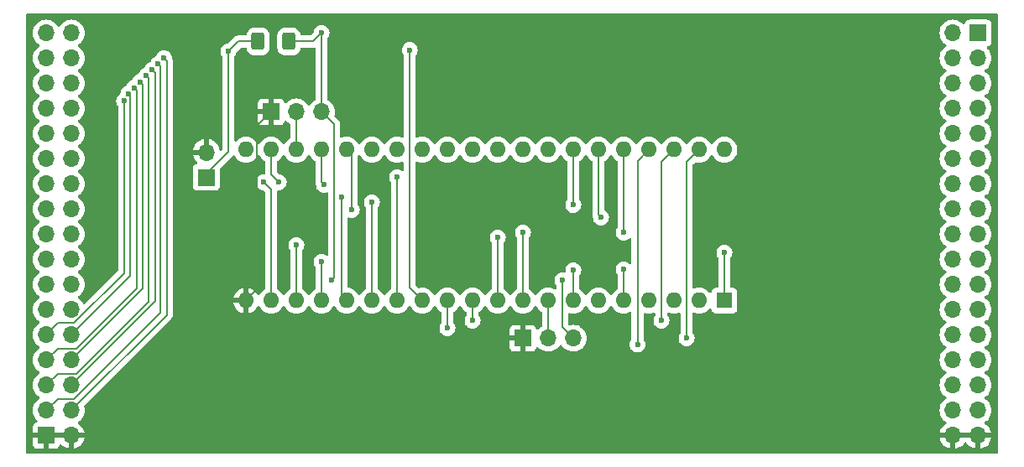
<source format=gbr>
%TF.GenerationSoftware,KiCad,Pcbnew,8.0.7-8.0.7-0~ubuntu22.04.1*%
%TF.CreationDate,2025-01-28T11:11:40+01:00*%
%TF.ProjectId,EF9366,45463933-3636-42e6-9b69-6361645f7063,rev?*%
%TF.SameCoordinates,Original*%
%TF.FileFunction,Copper,L1,Top*%
%TF.FilePolarity,Positive*%
%FSLAX46Y46*%
G04 Gerber Fmt 4.6, Leading zero omitted, Abs format (unit mm)*
G04 Created by KiCad (PCBNEW 8.0.7-8.0.7-0~ubuntu22.04.1) date 2025-01-28 11:11:40*
%MOMM*%
%LPD*%
G01*
G04 APERTURE LIST*
G04 Aperture macros list*
%AMRoundRect*
0 Rectangle with rounded corners*
0 $1 Rounding radius*
0 $2 $3 $4 $5 $6 $7 $8 $9 X,Y pos of 4 corners*
0 Add a 4 corners polygon primitive as box body*
4,1,4,$2,$3,$4,$5,$6,$7,$8,$9,$2,$3,0*
0 Add four circle primitives for the rounded corners*
1,1,$1+$1,$2,$3*
1,1,$1+$1,$4,$5*
1,1,$1+$1,$6,$7*
1,1,$1+$1,$8,$9*
0 Add four rect primitives between the rounded corners*
20,1,$1+$1,$2,$3,$4,$5,0*
20,1,$1+$1,$4,$5,$6,$7,0*
20,1,$1+$1,$6,$7,$8,$9,0*
20,1,$1+$1,$8,$9,$2,$3,0*%
G04 Aperture macros list end*
%TA.AperFunction,ComponentPad*%
%ADD10R,1.700000X1.700000*%
%TD*%
%TA.AperFunction,ComponentPad*%
%ADD11O,1.700000X1.700000*%
%TD*%
%TA.AperFunction,SMDPad,CuDef*%
%ADD12RoundRect,0.250000X0.400000X0.625000X-0.400000X0.625000X-0.400000X-0.625000X0.400000X-0.625000X0*%
%TD*%
%TA.AperFunction,ComponentPad*%
%ADD13R,1.600000X1.600000*%
%TD*%
%TA.AperFunction,ComponentPad*%
%ADD14O,1.600000X1.600000*%
%TD*%
%TA.AperFunction,ViaPad*%
%ADD15C,0.600000*%
%TD*%
%TA.AperFunction,Conductor*%
%ADD16C,0.200000*%
%TD*%
%TA.AperFunction,Conductor*%
%ADD17C,0.400000*%
%TD*%
G04 APERTURE END LIST*
D10*
%TO.P,J2,1,Pin_1*%
%TO.N,/~{INT}*%
X69145000Y-83571000D03*
D11*
%TO.P,J2,2,Pin_2*%
%TO.N,GND*%
X69145000Y-81031000D03*
%TD*%
D12*
%TO.P,R1,1*%
%TO.N,+5V*%
X77470000Y-69850000D03*
%TO.P,R1,2*%
%TO.N,/~{INT}*%
X74370000Y-69850000D03*
%TD*%
D10*
%TO.P,JP2,1,A*%
%TO.N,GND*%
X75692000Y-76962000D03*
D11*
%TO.P,JP2,2,C*%
%TO.N,Net-(JP2-C)*%
X78232000Y-76962000D03*
%TO.P,JP2,3,B*%
%TO.N,+5V*%
X80772000Y-76962000D03*
%TD*%
D10*
%TO.P,JP1,1,A*%
%TO.N,GND*%
X101092000Y-99822000D03*
D11*
%TO.P,JP1,2,C*%
%TO.N,Net-(JP1-C)*%
X103632000Y-99822000D03*
%TO.P,JP1,3,B*%
%TO.N,+5V*%
X106172000Y-99822000D03*
%TD*%
D10*
%TO.P,J3,1,Pin_1*%
%TO.N,unconnected-(J3-Pin_1-Pad1)*%
X147000000Y-69000000D03*
D11*
%TO.P,J3,2,Pin_2*%
%TO.N,unconnected-(J3-Pin_2-Pad2)*%
X144460000Y-69000000D03*
%TO.P,J3,3,Pin_3*%
%TO.N,unconnected-(J3-Pin_3-Pad3)*%
X147000000Y-71540000D03*
%TO.P,J3,4,Pin_4*%
%TO.N,unconnected-(J3-Pin_4-Pad4)*%
X144460000Y-71540000D03*
%TO.P,J3,5,Pin_5*%
%TO.N,/VA18*%
X147000000Y-74080000D03*
%TO.P,J3,6,Pin_6*%
%TO.N,unconnected-(J3-Pin_6-Pad6)*%
X144460000Y-74080000D03*
%TO.P,J3,7,Pin_7*%
%TO.N,/VA16*%
X147000000Y-76620000D03*
%TO.P,J3,8,Pin_8*%
%TO.N,/VA17*%
X144460000Y-76620000D03*
%TO.P,J3,9,Pin_9*%
%TO.N,/VA14*%
X147000000Y-79160000D03*
%TO.P,J3,10,Pin_10*%
%TO.N,/VA15*%
X144460000Y-79160000D03*
%TO.P,J3,11,Pin_11*%
%TO.N,/VA12*%
X147000000Y-81700000D03*
%TO.P,J3,12,Pin_12*%
%TO.N,/VA13*%
X144460000Y-81700000D03*
%TO.P,J3,13,Pin_13*%
%TO.N,/VA10*%
X147000000Y-84240000D03*
%TO.P,J3,14,Pin_14*%
%TO.N,/VA11*%
X144460000Y-84240000D03*
%TO.P,J3,15,Pin_15*%
%TO.N,/VA8*%
X147000000Y-86780000D03*
%TO.P,J3,16,Pin_16*%
%TO.N,/VA9*%
X144460000Y-86780000D03*
%TO.P,J3,17,Pin_17*%
%TO.N,/VA6*%
X147000000Y-89320000D03*
%TO.P,J3,18,Pin_18*%
%TO.N,/VA7*%
X144460000Y-89320000D03*
%TO.P,J3,19,Pin_19*%
%TO.N,/VA4*%
X147000000Y-91860000D03*
%TO.P,J3,20,Pin_20*%
%TO.N,/VA5*%
X144460000Y-91860000D03*
%TO.P,J3,21,Pin_21*%
%TO.N,/VA2*%
X147000000Y-94400000D03*
%TO.P,J3,22,Pin_22*%
%TO.N,/VA3*%
X144460000Y-94400000D03*
%TO.P,J3,23,Pin_23*%
%TO.N,/VA0*%
X147000000Y-96940000D03*
%TO.P,J3,24,Pin_24*%
%TO.N,/VA1*%
X144460000Y-96940000D03*
%TO.P,J3,25,Pin_25*%
%TO.N,/In0*%
X147000000Y-99480000D03*
%TO.P,J3,26,Pin_26*%
%TO.N,/In1*%
X144460000Y-99480000D03*
%TO.P,J3,27,Pin_27*%
%TO.N,/In2*%
X147000000Y-102020000D03*
%TO.P,J3,28,Pin_28*%
%TO.N,/DE*%
X144460000Y-102020000D03*
%TO.P,J3,29,Pin_29*%
%TO.N,/HS*%
X147000000Y-104560000D03*
%TO.P,J3,30,Pin_30*%
%TO.N,/CRSR*%
X144460000Y-104560000D03*
%TO.P,J3,31,Pin_31*%
%TO.N,/VS*%
X147000000Y-107100000D03*
%TO.P,J3,32,Pin_32*%
%TO.N,/~{RP}*%
X144460000Y-107100000D03*
%TO.P,J3,33,Pin_33*%
%TO.N,GND*%
X147000000Y-109640000D03*
%TO.P,J3,34,Pin_34*%
X144460000Y-109640000D03*
%TD*%
D10*
%TO.P,J1,1,Pin_1*%
%TO.N,GND*%
X53000000Y-109640000D03*
D11*
%TO.P,J1,2,Pin_2*%
X55540000Y-109640000D03*
%TO.P,J1,3,Pin_3*%
%TO.N,/D1*%
X53000000Y-107100000D03*
%TO.P,J1,4,Pin_4*%
%TO.N,/D0*%
X55540000Y-107100000D03*
%TO.P,J1,5,Pin_5*%
%TO.N,/D3*%
X53000000Y-104560000D03*
%TO.P,J1,6,Pin_6*%
%TO.N,/D2*%
X55540000Y-104560000D03*
%TO.P,J1,7,Pin_7*%
%TO.N,/D5*%
X53000000Y-102020000D03*
%TO.P,J1,8,Pin_8*%
%TO.N,/D4*%
X55540000Y-102020000D03*
%TO.P,J1,9,Pin_9*%
%TO.N,/D7*%
X53000000Y-99480000D03*
%TO.P,J1,10,Pin_10*%
%TO.N,/D6*%
X55540000Y-99480000D03*
%TO.P,J1,11,Pin_11*%
%TO.N,/Out1*%
X53000000Y-96940000D03*
%TO.P,J1,12,Pin_12*%
%TO.N,/Out0*%
X55540000Y-96940000D03*
%TO.P,J1,13,Pin_13*%
%TO.N,/Out3*%
X53000000Y-94400000D03*
%TO.P,J1,14,Pin_14*%
%TO.N,/Out2*%
X55540000Y-94400000D03*
%TO.P,J1,15,Pin_15*%
%TO.N,/Out5*%
X53000000Y-91860000D03*
%TO.P,J1,16,Pin_16*%
%TO.N,/Out4*%
X55540000Y-91860000D03*
%TO.P,J1,17,Pin_17*%
%TO.N,/Out7*%
X53000000Y-89320000D03*
%TO.P,J1,18,Pin_18*%
%TO.N,/Out6*%
X55540000Y-89320000D03*
%TO.P,J1,19,Pin_19*%
%TO.N,/~{CS}*%
X53000000Y-86780000D03*
%TO.P,J1,20,Pin_20*%
%TO.N,/VCLK*%
X55540000Y-86780000D03*
%TO.P,J1,21,Pin_21*%
%TO.N,/A1#*%
X53000000Y-84240000D03*
%TO.P,J1,22,Pin_22*%
%TO.N,/R{slash}~{W}*%
X55540000Y-84240000D03*
%TO.P,J1,23,Pin_23*%
%TO.N,/~{RD}*%
X53000000Y-81700000D03*
%TO.P,J1,24,Pin_24*%
%TO.N,/A0#*%
X55540000Y-81700000D03*
%TO.P,J1,25,Pin_25*%
%TO.N,/~{RST}*%
X53000000Y-79160000D03*
%TO.P,J1,26,Pin_26*%
%TO.N,/~{WR}*%
X55540000Y-79160000D03*
%TO.P,J1,27,Pin_27*%
%TO.N,/CH0*%
X53000000Y-76620000D03*
%TO.P,J1,28,Pin_28*%
%TO.N,/PHI2*%
X55540000Y-76620000D03*
%TO.P,J1,29,Pin_29*%
%TO.N,/Y*%
X53000000Y-74080000D03*
%TO.P,J1,30,Pin_30*%
%TO.N,/A*%
X55540000Y-74080000D03*
%TO.P,J1,31,Pin_31*%
%TO.N,/B*%
X53000000Y-71540000D03*
%TO.P,J1,32,Pin_32*%
%TO.N,/~{INT}*%
X55540000Y-71540000D03*
%TO.P,J1,33,Pin_33*%
%TO.N,+5V*%
X53000000Y-69000000D03*
%TO.P,J1,34,Pin_34*%
X55540000Y-69000000D03*
%TD*%
D13*
%TO.P,U4,1,CLK*%
%TO.N,/VCLK*%
X121412000Y-96012000D03*
D14*
%TO.P,U4,2,DAD5*%
%TO.N,/VA5*%
X118872000Y-96012000D03*
%TO.P,U4,3,DAD4*%
%TO.N,/VA4*%
X116332000Y-96012000D03*
%TO.P,U4,4,DAD3*%
%TO.N,/VA3*%
X113792000Y-96012000D03*
%TO.P,U4,5,DAD6*%
%TO.N,/VA6*%
X111252000Y-96012000D03*
%TO.P,U4,6,MSL0*%
%TO.N,/VA7*%
X108712000Y-96012000D03*
%TO.P,U4,7,MSL2*%
%TO.N,/VA9*%
X106172000Y-96012000D03*
%TO.P,U4,8,FMAT*%
%TO.N,Net-(JP1-C)*%
X103632000Y-96012000D03*
%TO.P,U4,9,A0*%
%TO.N,/A0#*%
X101092000Y-96012000D03*
%TO.P,U4,10,A1*%
%TO.N,/A1#*%
X98552000Y-96012000D03*
%TO.P,U4,11,A2*%
%TO.N,/Out0*%
X96012000Y-96012000D03*
%TO.P,U4,12,A3*%
%TO.N,/Out1*%
X93472000Y-96012000D03*
%TO.P,U4,13,~{IRQ}*%
%TO.N,/~{INT}*%
X90932000Y-96012000D03*
%TO.P,U4,14,~{DW}*%
%TO.N,/VA16*%
X88392000Y-96012000D03*
%TO.P,U4,15,Din*%
%TO.N,/VA15*%
X85852000Y-96012000D03*
%TO.P,U4,16,VB*%
%TO.N,/VA14*%
X83312000Y-96012000D03*
%TO.P,U4,17,~{E}*%
%TO.N,/~{CS}*%
X80772000Y-96012000D03*
%TO.P,U4,18,R~{W}*%
%TO.N,/R{slash}~{W}*%
X78232000Y-96012000D03*
%TO.P,U4,19,MFREE/X9*%
%TO.N,/VA18*%
X75692000Y-96012000D03*
%TO.P,U4,20,GND*%
%TO.N,GND*%
X73152000Y-96012000D03*
%TO.P,U4,21,LPCK*%
%TO.N,unconnected-(U4-LPCK-Pad21)*%
X73152000Y-80772000D03*
%TO.P,U4,22,~{ALL}*%
%TO.N,/VA11*%
X75692000Y-80772000D03*
%TO.P,U4,23,WO*%
%TO.N,Net-(JP2-C)*%
X78232000Y-80772000D03*
%TO.P,U4,24,~{WHITE}*%
%TO.N,/VA17*%
X80772000Y-80772000D03*
%TO.P,U4,25,BLK*%
%TO.N,/VA13*%
X83312000Y-80772000D03*
%TO.P,U4,26,D7*%
%TO.N,/D7*%
X85852000Y-80772000D03*
%TO.P,U4,27,D6*%
%TO.N,/D6*%
X88392000Y-80772000D03*
%TO.P,U4,28,D5*%
%TO.N,/D5*%
X90932000Y-80772000D03*
%TO.P,U4,29,D4*%
%TO.N,/D4*%
X93472000Y-80772000D03*
%TO.P,U4,30,D3*%
%TO.N,/D3*%
X96012000Y-80772000D03*
%TO.P,U4,31,D2*%
%TO.N,/D2*%
X98552000Y-80772000D03*
%TO.P,U4,32,D1*%
%TO.N,/D1*%
X101092000Y-80772000D03*
%TO.P,U4,33,D0*%
%TO.N,/D0*%
X103632000Y-80772000D03*
%TO.P,U4,34,SYNC*%
%TO.N,/VA12*%
X106172000Y-80772000D03*
%TO.P,U4,35,MSL3*%
%TO.N,/VA10*%
X108712000Y-80772000D03*
%TO.P,U4,36,MSL1*%
%TO.N,/VA8*%
X111252000Y-80772000D03*
%TO.P,U4,37,DAD0*%
%TO.N,/VA0*%
X113792000Y-80772000D03*
%TO.P,U4,38,DAD2*%
%TO.N,/VA2*%
X116332000Y-80772000D03*
%TO.P,U4,39,DAD1*%
%TO.N,/VA1*%
X118872000Y-80772000D03*
%TO.P,U4,40,VCC*%
%TO.N,+5V*%
X121412000Y-80772000D03*
%TD*%
D15*
%TO.N,/~{INT}*%
X71374000Y-70866000D03*
%TO.N,GND*%
X58420000Y-91948000D03*
X58674000Y-80264000D03*
X59182000Y-73406000D03*
X68580000Y-78232000D03*
X68326000Y-87122000D03*
X85852000Y-83058000D03*
X80518000Y-86360000D03*
X78740000Y-83312000D03*
X76962000Y-87122000D03*
X103632000Y-89916000D03*
X108966000Y-90170000D03*
X119634000Y-90424000D03*
X128016000Y-90932000D03*
X138684000Y-90424000D03*
%TO.N,/VA17*%
X81026005Y-84328005D03*
%TO.N,/VA12*%
X106172000Y-86360000D03*
%TO.N,/VA13*%
X83820000Y-86867998D03*
%TO.N,/VA10*%
X108966000Y-87629996D03*
%TO.N,/VA2*%
X115062003Y-98043989D03*
%TO.N,/VA0*%
X112649000Y-100457000D03*
%TO.N,/VA1*%
X117602000Y-99822000D03*
%TO.N,/VA11*%
X76454018Y-84074000D03*
%TO.N,/VA8*%
X111252000Y-89154000D03*
%TO.N,/D7*%
X60863977Y-75865225D03*
%TO.N,/D6*%
X61276074Y-75121800D03*
%TO.N,/D5*%
X61877382Y-74521023D03*
%TO.N,/D4*%
X62477573Y-73919130D03*
%TO.N,/D3*%
X63081306Y-73320790D03*
%TO.N,/D2*%
X63674061Y-72711573D03*
%TO.N,/D1*%
X64296339Y-72132544D03*
%TO.N,/D0*%
X64881469Y-71516000D03*
%TO.N,/VA18*%
X74930000Y-84074000D03*
%TO.N,GND*%
X66294000Y-69974000D03*
X72898000Y-99822000D03*
%TO.N,/R{slash}~{W}*%
X78232000Y-90424000D03*
%TO.N,/~{CS}*%
X80772000Y-92090000D03*
%TO.N,/VA14*%
X82804000Y-85598000D03*
%TO.N,/VA15*%
X85852000Y-86106000D03*
%TO.N,/VA16*%
X88392000Y-83566000D03*
%TO.N,/~{INT}*%
X89663361Y-70724000D03*
%TO.N,/Out1*%
X93472000Y-98806000D03*
%TO.N,/Out0*%
X96012000Y-98044000D03*
%TO.N,/A1#*%
X98552000Y-89662000D03*
%TO.N,/A0#*%
X101092000Y-89154000D03*
%TO.N,/VA9*%
X106172000Y-92964000D03*
%TO.N,/VA6*%
X111252000Y-92852000D03*
%TO.N,/VCLK*%
X121412008Y-91186000D03*
%TO.N,GND*%
X114554000Y-107696000D03*
X68580000Y-96520000D03*
X107950000Y-71374000D03*
X102870000Y-76962000D03*
X75438000Y-110236000D03*
X127254000Y-70612000D03*
X139192000Y-103886000D03*
X139954000Y-108712000D03*
X97536000Y-71120000D03*
X91948000Y-110236000D03*
X138684000Y-70358000D03*
%TO.N,+5V*%
X81788000Y-93980000D03*
X105072000Y-93980000D03*
X80771996Y-69000000D03*
%TD*%
D16*
%TO.N,+5V*%
X77470000Y-69850000D02*
X79921996Y-69850000D01*
X79921996Y-69850000D02*
X80771996Y-69000000D01*
%TO.N,/~{INT}*%
X74370000Y-69850000D02*
X72390000Y-69850000D01*
X72390000Y-69850000D02*
X71374000Y-70866000D01*
X69145000Y-83571000D02*
X69145000Y-83223365D01*
X69145000Y-83223365D02*
X71374000Y-80994365D01*
X71374000Y-80994365D02*
X71374000Y-70866000D01*
D17*
%TO.N,GND*%
X66294000Y-101004000D02*
X66294000Y-80518000D01*
X66294000Y-80518000D02*
X66294000Y-69974000D01*
X69145000Y-81031000D02*
X66807000Y-81031000D01*
X66807000Y-81031000D02*
X66294000Y-80518000D01*
D16*
%TO.N,/VA14*%
X82804000Y-95504000D02*
X82804000Y-85598000D01*
X83312000Y-96012000D02*
X82804000Y-95504000D01*
%TO.N,/VA15*%
X85852000Y-96012000D02*
X85852000Y-86106000D01*
%TO.N,/VA17*%
X80772000Y-84074000D02*
X81026005Y-84328005D01*
X80772000Y-80772000D02*
X80772000Y-84074000D01*
%TO.N,/VA12*%
X106172000Y-86360000D02*
X106172000Y-80772000D01*
%TO.N,/VA13*%
X83820000Y-81280000D02*
X83820000Y-86867998D01*
X83312000Y-80772000D02*
X83820000Y-81280000D01*
%TO.N,/VA8*%
X111252000Y-80772000D02*
X111252000Y-89154000D01*
%TO.N,/VA10*%
X108712000Y-80772000D02*
X108712000Y-87375996D01*
X108712000Y-87375996D02*
X108966000Y-87629996D01*
%TO.N,/VA16*%
X88392000Y-96012000D02*
X88392000Y-83566000D01*
%TO.N,+5V*%
X82041999Y-93726001D02*
X81788000Y-93980000D01*
X82041999Y-78231999D02*
X82041999Y-93726001D01*
X80772000Y-76962000D02*
X82041999Y-78231999D01*
%TO.N,/VA0*%
X112649000Y-81915000D02*
X112649000Y-100457000D01*
X113792000Y-80772000D02*
X112649000Y-81915000D01*
%TO.N,/VA1*%
X117602000Y-82042000D02*
X117602000Y-99822000D01*
X118872000Y-80772000D02*
X117602000Y-82042000D01*
%TO.N,/VA2*%
X115062003Y-82041997D02*
X115062003Y-98043989D01*
X116332000Y-80772000D02*
X115062003Y-82041997D01*
%TO.N,/A0#*%
X101092000Y-96012000D02*
X101092000Y-89154000D01*
%TO.N,/A1#*%
X98552000Y-90170000D02*
X98552000Y-89662000D01*
X98552000Y-96012000D02*
X98552000Y-90170000D01*
%TO.N,/R{slash}~{W}*%
X78232000Y-96012000D02*
X78232000Y-90424000D01*
%TO.N,/~{CS}*%
X80772000Y-96012000D02*
X80772000Y-92090000D01*
%TO.N,+5V*%
X106172000Y-99822000D02*
X105072000Y-98722000D01*
X105072000Y-98722000D02*
X105072000Y-93980000D01*
%TO.N,/VA11*%
X75692000Y-83311982D02*
X76454018Y-84074000D01*
X75692000Y-80772000D02*
X75692000Y-83311982D01*
%TO.N,/VA18*%
X75692000Y-84836000D02*
X74930000Y-84074000D01*
X75692000Y-96012000D02*
X75692000Y-84836000D01*
%TO.N,/VCLK*%
X121412000Y-96012000D02*
X121412000Y-91186008D01*
X121412000Y-91186008D02*
X121412008Y-91186000D01*
%TO.N,/VA6*%
X111252000Y-96012000D02*
X111252000Y-92852000D01*
%TO.N,/VA9*%
X106172000Y-96012000D02*
X106172000Y-92964000D01*
%TO.N,/D1*%
X53000000Y-107100000D02*
X54150000Y-105950000D01*
X54150000Y-105950000D02*
X55776346Y-105950000D01*
X55776346Y-105950000D02*
X64516000Y-97210346D01*
X64516000Y-97210346D02*
X64516000Y-72352205D01*
X64516000Y-72352205D02*
X64296339Y-72132544D01*
%TO.N,/D0*%
X65170000Y-71804531D02*
X64881469Y-71516000D01*
X65170000Y-97470000D02*
X65170000Y-71804531D01*
X55540000Y-107100000D02*
X65170000Y-97470000D01*
%TO.N,/D2*%
X55540000Y-104560000D02*
X64008000Y-96092000D01*
X64008000Y-96092000D02*
X64008000Y-73045512D01*
X64008000Y-73045512D02*
X63674061Y-72711573D01*
%TO.N,/D4*%
X55540000Y-102020000D02*
X62738000Y-94822000D01*
X62738000Y-94822000D02*
X62738000Y-74179557D01*
X62738000Y-74179557D02*
X62477573Y-73919130D01*
%TO.N,/D6*%
X55540000Y-99480000D02*
X61468000Y-93552000D01*
X61468000Y-93552000D02*
X61468000Y-75313726D01*
X61468000Y-75313726D02*
X61276074Y-75121800D01*
%TO.N,/D7*%
X60863977Y-93242369D02*
X60863977Y-75865225D01*
%TO.N,/D5*%
X56016346Y-100870000D02*
X62118000Y-94768346D01*
X62118000Y-94768346D02*
X62118000Y-74761641D01*
X62118000Y-74761641D02*
X61877382Y-74521023D01*
%TO.N,/D7*%
X54182000Y-98298000D02*
X55808346Y-98298000D01*
X53000000Y-99480000D02*
X54182000Y-98298000D01*
X55808346Y-98298000D02*
X60863977Y-93242369D01*
%TO.N,/D5*%
X54150000Y-100870000D02*
X56016346Y-100870000D01*
X53000000Y-102020000D02*
X54150000Y-100870000D01*
%TO.N,/D3*%
X63320086Y-73559570D02*
X63081306Y-73320790D01*
X53000000Y-104560000D02*
X54150000Y-103410000D01*
X56016346Y-103410000D02*
X63320086Y-96106260D01*
X54150000Y-103410000D02*
X56016346Y-103410000D01*
X63320086Y-96106260D02*
X63320086Y-73559570D01*
D17*
%TO.N,GND*%
X57658000Y-109640000D02*
X66294000Y-101004000D01*
D16*
%TO.N,/~{INT}*%
X90932000Y-96012000D02*
X89663361Y-94743361D01*
X89663361Y-94743361D02*
X89663361Y-70724000D01*
%TO.N,+5V*%
X80772000Y-76962000D02*
X80772000Y-69000004D01*
X80772000Y-69000004D02*
X80771996Y-69000000D01*
D17*
%TO.N,GND*%
X57658000Y-109640000D02*
X55540000Y-109640000D01*
X61860000Y-109640000D02*
X57658000Y-109640000D01*
D16*
X71882000Y-99822000D02*
X71780000Y-99720000D01*
X72898000Y-99822000D02*
X71882000Y-99822000D01*
D17*
X73152000Y-98348000D02*
X71780000Y-99720000D01*
X71780000Y-99720000D02*
X70256000Y-101244000D01*
D16*
%TO.N,/Out1*%
X93472000Y-96012000D02*
X93472000Y-98806000D01*
%TO.N,/Out0*%
X96012000Y-96012000D02*
X96012000Y-98044000D01*
%TO.N,Net-(JP1-C)*%
X103632000Y-99822000D02*
X103632000Y-96012000D01*
%TO.N,Net-(JP2-C)*%
X78232000Y-76962000D02*
X78232000Y-80772000D01*
%TO.N,GND*%
X75692000Y-76962000D02*
X74252000Y-78402000D01*
X74252000Y-78402000D02*
X74252000Y-94912000D01*
X74252000Y-94912000D02*
X73152000Y-96012000D01*
D17*
X70256000Y-101244000D02*
X61860000Y-109640000D01*
X73152000Y-96012000D02*
X73152000Y-98348000D01*
%TD*%
%TA.AperFunction,Conductor*%
%TO.N,GND*%
G36*
X55074075Y-109447007D02*
G01*
X55040000Y-109574174D01*
X55040000Y-109705826D01*
X55074075Y-109832993D01*
X55106988Y-109890000D01*
X53433012Y-109890000D01*
X53465925Y-109832993D01*
X53500000Y-109705826D01*
X53500000Y-109574174D01*
X53465925Y-109447007D01*
X53433012Y-109390000D01*
X55106988Y-109390000D01*
X55074075Y-109447007D01*
G37*
%TD.AperFunction*%
%TA.AperFunction,Conductor*%
G36*
X146534075Y-109447007D02*
G01*
X146500000Y-109574174D01*
X146500000Y-109705826D01*
X146534075Y-109832993D01*
X146566988Y-109890000D01*
X144893012Y-109890000D01*
X144925925Y-109832993D01*
X144960000Y-109705826D01*
X144960000Y-109574174D01*
X144925925Y-109447007D01*
X144893012Y-109390000D01*
X146566988Y-109390000D01*
X146534075Y-109447007D01*
G37*
%TD.AperFunction*%
%TA.AperFunction,Conductor*%
G36*
X79569865Y-81315348D02*
G01*
X79614382Y-81366725D01*
X79641429Y-81424728D01*
X79641432Y-81424734D01*
X79771954Y-81611141D01*
X79932858Y-81772045D01*
X79932861Y-81772047D01*
X80118624Y-81902118D01*
X80162248Y-81956693D01*
X80171500Y-82003692D01*
X80171500Y-83987330D01*
X80171499Y-83987348D01*
X80171499Y-84153054D01*
X80171498Y-84153054D01*
X80212424Y-84305789D01*
X80213296Y-84307893D01*
X80221955Y-84341461D01*
X80240635Y-84507255D01*
X80240636Y-84507259D01*
X80300216Y-84677528D01*
X80377038Y-84799788D01*
X80396189Y-84830267D01*
X80523743Y-84957821D01*
X80676483Y-85053794D01*
X80765285Y-85084867D01*
X80846750Y-85113373D01*
X80846755Y-85113374D01*
X81026001Y-85133570D01*
X81026005Y-85133570D01*
X81026009Y-85133570D01*
X81205254Y-85113374D01*
X81205256Y-85113373D01*
X81205260Y-85113373D01*
X81205263Y-85113371D01*
X81205267Y-85113371D01*
X81276544Y-85088430D01*
X81346322Y-85084867D01*
X81406950Y-85119596D01*
X81439177Y-85181589D01*
X81441499Y-85205471D01*
X81441499Y-91340904D01*
X81421814Y-91407943D01*
X81369010Y-91453698D01*
X81299852Y-91463642D01*
X81251527Y-91445898D01*
X81121523Y-91364211D01*
X80951254Y-91304631D01*
X80951249Y-91304630D01*
X80772004Y-91284435D01*
X80771996Y-91284435D01*
X80592750Y-91304630D01*
X80592745Y-91304631D01*
X80422476Y-91364211D01*
X80269737Y-91460184D01*
X80142184Y-91587737D01*
X80046211Y-91740476D01*
X79986631Y-91910745D01*
X79986630Y-91910750D01*
X79966435Y-92089996D01*
X79966435Y-92090003D01*
X79986630Y-92269249D01*
X79986631Y-92269254D01*
X80046211Y-92439523D01*
X80142185Y-92592263D01*
X80144445Y-92595097D01*
X80145334Y-92597275D01*
X80145889Y-92598158D01*
X80145734Y-92598255D01*
X80170855Y-92659783D01*
X80171500Y-92672412D01*
X80171500Y-94780306D01*
X80151815Y-94847345D01*
X80118623Y-94881881D01*
X79932859Y-95011953D01*
X79771954Y-95172858D01*
X79641432Y-95359265D01*
X79641431Y-95359267D01*
X79614382Y-95417275D01*
X79568209Y-95469714D01*
X79501016Y-95488866D01*
X79434135Y-95468650D01*
X79389618Y-95417275D01*
X79362686Y-95359520D01*
X79362568Y-95359266D01*
X79232047Y-95172861D01*
X79232045Y-95172858D01*
X79071140Y-95011953D01*
X78885377Y-94881881D01*
X78841752Y-94827304D01*
X78832500Y-94780306D01*
X78832500Y-91006412D01*
X78852185Y-90939373D01*
X78859555Y-90929097D01*
X78861810Y-90926267D01*
X78861816Y-90926262D01*
X78957789Y-90773522D01*
X79017368Y-90603255D01*
X79017369Y-90603249D01*
X79037565Y-90424003D01*
X79037565Y-90423996D01*
X79017369Y-90244750D01*
X79017368Y-90244745D01*
X78998700Y-90191395D01*
X78957789Y-90074478D01*
X78861816Y-89921738D01*
X78734262Y-89794184D01*
X78725916Y-89788940D01*
X78581523Y-89698211D01*
X78411254Y-89638631D01*
X78411249Y-89638630D01*
X78232004Y-89618435D01*
X78231996Y-89618435D01*
X78052750Y-89638630D01*
X78052745Y-89638631D01*
X77882476Y-89698211D01*
X77729737Y-89794184D01*
X77602184Y-89921737D01*
X77506211Y-90074476D01*
X77446631Y-90244745D01*
X77446630Y-90244750D01*
X77426435Y-90423996D01*
X77426435Y-90424003D01*
X77446630Y-90603249D01*
X77446631Y-90603254D01*
X77506211Y-90773523D01*
X77602185Y-90926263D01*
X77604445Y-90929097D01*
X77605334Y-90931275D01*
X77605889Y-90932158D01*
X77605734Y-90932255D01*
X77630855Y-90993783D01*
X77631500Y-91006412D01*
X77631500Y-94780306D01*
X77611815Y-94847345D01*
X77578623Y-94881881D01*
X77392859Y-95011953D01*
X77231954Y-95172858D01*
X77101432Y-95359265D01*
X77101431Y-95359267D01*
X77074382Y-95417275D01*
X77028209Y-95469714D01*
X76961016Y-95488866D01*
X76894135Y-95468650D01*
X76849618Y-95417275D01*
X76822686Y-95359520D01*
X76822568Y-95359266D01*
X76692047Y-95172861D01*
X76692045Y-95172858D01*
X76531140Y-95011953D01*
X76345377Y-94881881D01*
X76301752Y-94827304D01*
X76292500Y-94780306D01*
X76292500Y-85000122D01*
X76312185Y-84933083D01*
X76364989Y-84887328D01*
X76430384Y-84876902D01*
X76443528Y-84878383D01*
X76454017Y-84879565D01*
X76454018Y-84879565D01*
X76454022Y-84879565D01*
X76633267Y-84859369D01*
X76633270Y-84859368D01*
X76633273Y-84859368D01*
X76803540Y-84799789D01*
X76956280Y-84703816D01*
X77083834Y-84576262D01*
X77179807Y-84423522D01*
X77239386Y-84253255D01*
X77239387Y-84253249D01*
X77259583Y-84074003D01*
X77259583Y-84073996D01*
X77239387Y-83894750D01*
X77239386Y-83894745D01*
X77179807Y-83724478D01*
X77083834Y-83571738D01*
X76956280Y-83444184D01*
X76803539Y-83348210D01*
X76633267Y-83288630D01*
X76546348Y-83278837D01*
X76481934Y-83251770D01*
X76472551Y-83243298D01*
X76328819Y-83099566D01*
X76295334Y-83038243D01*
X76292500Y-83011885D01*
X76292500Y-82003692D01*
X76312185Y-81936653D01*
X76345374Y-81902119D01*
X76531139Y-81772047D01*
X76692047Y-81611139D01*
X76822568Y-81424734D01*
X76849618Y-81366724D01*
X76895790Y-81314285D01*
X76962983Y-81295133D01*
X77029865Y-81315348D01*
X77074382Y-81366725D01*
X77101429Y-81424728D01*
X77101432Y-81424734D01*
X77231954Y-81611141D01*
X77392858Y-81772045D01*
X77392861Y-81772047D01*
X77579266Y-81902568D01*
X77785504Y-81998739D01*
X78005308Y-82057635D01*
X78167230Y-82071801D01*
X78231998Y-82077468D01*
X78232000Y-82077468D01*
X78232002Y-82077468D01*
X78288673Y-82072509D01*
X78458692Y-82057635D01*
X78678496Y-81998739D01*
X78884734Y-81902568D01*
X79071139Y-81772047D01*
X79232047Y-81611139D01*
X79362568Y-81424734D01*
X79389618Y-81366724D01*
X79435790Y-81314285D01*
X79502983Y-81295133D01*
X79569865Y-81315348D01*
G37*
%TD.AperFunction*%
%TA.AperFunction,Conductor*%
G36*
X87189865Y-81315348D02*
G01*
X87234382Y-81366725D01*
X87261429Y-81424728D01*
X87261432Y-81424734D01*
X87391954Y-81611141D01*
X87552858Y-81772045D01*
X87552861Y-81772047D01*
X87739266Y-81902568D01*
X87945504Y-81998739D01*
X88165308Y-82057635D01*
X88327230Y-82071801D01*
X88391998Y-82077468D01*
X88392000Y-82077468D01*
X88392002Y-82077468D01*
X88448673Y-82072509D01*
X88618692Y-82057635D01*
X88838496Y-81998739D01*
X88886458Y-81976373D01*
X88955532Y-81965882D01*
X89019317Y-81994401D01*
X89057557Y-82052877D01*
X89062861Y-82088756D01*
X89062861Y-82817760D01*
X89043176Y-82884799D01*
X88990372Y-82930554D01*
X88921214Y-82940498D01*
X88872889Y-82922754D01*
X88741523Y-82840211D01*
X88571254Y-82780631D01*
X88571249Y-82780630D01*
X88392004Y-82760435D01*
X88391996Y-82760435D01*
X88212750Y-82780630D01*
X88212745Y-82780631D01*
X88042476Y-82840211D01*
X87889737Y-82936184D01*
X87762184Y-83063737D01*
X87666211Y-83216476D01*
X87606631Y-83386745D01*
X87606630Y-83386750D01*
X87586435Y-83565996D01*
X87586435Y-83566003D01*
X87606630Y-83745249D01*
X87606631Y-83745254D01*
X87666211Y-83915523D01*
X87762185Y-84068263D01*
X87764445Y-84071097D01*
X87765334Y-84073275D01*
X87765889Y-84074158D01*
X87765734Y-84074255D01*
X87790855Y-84135783D01*
X87791500Y-84148412D01*
X87791500Y-94780306D01*
X87771815Y-94847345D01*
X87738623Y-94881881D01*
X87552859Y-95011953D01*
X87391954Y-95172858D01*
X87261432Y-95359265D01*
X87261431Y-95359267D01*
X87234382Y-95417275D01*
X87188209Y-95469714D01*
X87121016Y-95488866D01*
X87054135Y-95468650D01*
X87009618Y-95417275D01*
X86982686Y-95359520D01*
X86982568Y-95359266D01*
X86852047Y-95172861D01*
X86852045Y-95172858D01*
X86691140Y-95011953D01*
X86505377Y-94881881D01*
X86461752Y-94827304D01*
X86452500Y-94780306D01*
X86452500Y-86688412D01*
X86472185Y-86621373D01*
X86479555Y-86611097D01*
X86481810Y-86608267D01*
X86481816Y-86608262D01*
X86577789Y-86455522D01*
X86637368Y-86285255D01*
X86649143Y-86180750D01*
X86657565Y-86106003D01*
X86657565Y-86105996D01*
X86637369Y-85926750D01*
X86637368Y-85926745D01*
X86577788Y-85756476D01*
X86481815Y-85603737D01*
X86354262Y-85476184D01*
X86201523Y-85380211D01*
X86031254Y-85320631D01*
X86031249Y-85320630D01*
X85852004Y-85300435D01*
X85851996Y-85300435D01*
X85672750Y-85320630D01*
X85672745Y-85320631D01*
X85502476Y-85380211D01*
X85349737Y-85476184D01*
X85222184Y-85603737D01*
X85126211Y-85756476D01*
X85066631Y-85926745D01*
X85066630Y-85926750D01*
X85046435Y-86105996D01*
X85046435Y-86106003D01*
X85066630Y-86285249D01*
X85066631Y-86285254D01*
X85126211Y-86455523D01*
X85222185Y-86608263D01*
X85224445Y-86611097D01*
X85225334Y-86613275D01*
X85225889Y-86614158D01*
X85225734Y-86614255D01*
X85250855Y-86675783D01*
X85251500Y-86688412D01*
X85251500Y-94780306D01*
X85231815Y-94847345D01*
X85198623Y-94881881D01*
X85012859Y-95011953D01*
X84851954Y-95172858D01*
X84721432Y-95359265D01*
X84721431Y-95359267D01*
X84694382Y-95417275D01*
X84648209Y-95469714D01*
X84581016Y-95488866D01*
X84514135Y-95468650D01*
X84469618Y-95417275D01*
X84442686Y-95359520D01*
X84442568Y-95359266D01*
X84312047Y-95172861D01*
X84312045Y-95172858D01*
X84151141Y-95011954D01*
X83964734Y-94881432D01*
X83964732Y-94881431D01*
X83758497Y-94785261D01*
X83758488Y-94785258D01*
X83538697Y-94726366D01*
X83538694Y-94726365D01*
X83538692Y-94726365D01*
X83528437Y-94725467D01*
X83517688Y-94724527D01*
X83452621Y-94699072D01*
X83411644Y-94642480D01*
X83404500Y-94600999D01*
X83404500Y-87745462D01*
X83424185Y-87678423D01*
X83476989Y-87632668D01*
X83546147Y-87622724D01*
X83569455Y-87628421D01*
X83640737Y-87653364D01*
X83640743Y-87653365D01*
X83640745Y-87653366D01*
X83640746Y-87653366D01*
X83640750Y-87653367D01*
X83819996Y-87673563D01*
X83820000Y-87673563D01*
X83820004Y-87673563D01*
X83999249Y-87653367D01*
X83999252Y-87653366D01*
X83999255Y-87653366D01*
X84169522Y-87593787D01*
X84322262Y-87497814D01*
X84449816Y-87370260D01*
X84545789Y-87217520D01*
X84605368Y-87047253D01*
X84605369Y-87047247D01*
X84625565Y-86868001D01*
X84625565Y-86867994D01*
X84605369Y-86688748D01*
X84605368Y-86688743D01*
X84581794Y-86621373D01*
X84545789Y-86518476D01*
X84449816Y-86365736D01*
X84449814Y-86365734D01*
X84449813Y-86365732D01*
X84447550Y-86362894D01*
X84446659Y-86360713D01*
X84446111Y-86359840D01*
X84446264Y-86359743D01*
X84421144Y-86298207D01*
X84420500Y-86285585D01*
X84420500Y-81495347D01*
X84440185Y-81428308D01*
X84442475Y-81424893D01*
X84442562Y-81424741D01*
X84442568Y-81424734D01*
X84469618Y-81366726D01*
X84515790Y-81314286D01*
X84582983Y-81295134D01*
X84649865Y-81315349D01*
X84694382Y-81366725D01*
X84721431Y-81424732D01*
X84721432Y-81424734D01*
X84851954Y-81611141D01*
X85012858Y-81772045D01*
X85012861Y-81772047D01*
X85199266Y-81902568D01*
X85405504Y-81998739D01*
X85625308Y-82057635D01*
X85787230Y-82071801D01*
X85851998Y-82077468D01*
X85852000Y-82077468D01*
X85852002Y-82077468D01*
X85908673Y-82072509D01*
X86078692Y-82057635D01*
X86298496Y-81998739D01*
X86504734Y-81902568D01*
X86691139Y-81772047D01*
X86852047Y-81611139D01*
X86982568Y-81424734D01*
X87009618Y-81366724D01*
X87055790Y-81314285D01*
X87122983Y-81295133D01*
X87189865Y-81315348D01*
G37*
%TD.AperFunction*%
%TA.AperFunction,Conductor*%
G36*
X110049865Y-81315348D02*
G01*
X110094382Y-81366725D01*
X110121429Y-81424728D01*
X110121432Y-81424734D01*
X110251954Y-81611141D01*
X110412858Y-81772045D01*
X110412861Y-81772047D01*
X110598624Y-81902118D01*
X110642248Y-81956693D01*
X110651500Y-82003692D01*
X110651500Y-88571587D01*
X110631815Y-88638626D01*
X110624450Y-88648896D01*
X110622186Y-88651734D01*
X110526211Y-88804476D01*
X110466631Y-88974745D01*
X110466630Y-88974750D01*
X110446435Y-89153996D01*
X110446435Y-89154003D01*
X110466630Y-89333249D01*
X110466631Y-89333254D01*
X110526211Y-89503523D01*
X110558810Y-89555403D01*
X110622184Y-89656262D01*
X110749738Y-89783816D01*
X110902478Y-89879789D01*
X111072745Y-89939368D01*
X111072750Y-89939369D01*
X111251996Y-89959565D01*
X111252000Y-89959565D01*
X111252004Y-89959565D01*
X111431249Y-89939369D01*
X111431252Y-89939368D01*
X111431255Y-89939368D01*
X111601522Y-89879789D01*
X111754262Y-89783816D01*
X111836819Y-89701259D01*
X111898142Y-89667774D01*
X111967834Y-89672758D01*
X112023767Y-89714630D01*
X112048184Y-89780094D01*
X112048500Y-89788940D01*
X112048500Y-92217060D01*
X112028815Y-92284099D01*
X111976011Y-92329854D01*
X111906853Y-92339798D01*
X111843297Y-92310773D01*
X111836819Y-92304741D01*
X111754262Y-92222184D01*
X111601523Y-92126211D01*
X111431254Y-92066631D01*
X111431249Y-92066630D01*
X111252004Y-92046435D01*
X111251996Y-92046435D01*
X111072750Y-92066630D01*
X111072745Y-92066631D01*
X110902476Y-92126211D01*
X110749737Y-92222184D01*
X110622184Y-92349737D01*
X110526211Y-92502476D01*
X110466631Y-92672745D01*
X110466630Y-92672750D01*
X110446435Y-92851996D01*
X110446435Y-92852003D01*
X110466630Y-93031249D01*
X110466631Y-93031254D01*
X110526211Y-93201523D01*
X110622185Y-93354263D01*
X110624445Y-93357097D01*
X110625334Y-93359275D01*
X110625889Y-93360158D01*
X110625734Y-93360255D01*
X110650855Y-93421783D01*
X110651500Y-93434412D01*
X110651500Y-94780306D01*
X110631815Y-94847345D01*
X110598623Y-94881881D01*
X110412859Y-95011953D01*
X110251954Y-95172858D01*
X110121432Y-95359265D01*
X110121431Y-95359267D01*
X110094382Y-95417275D01*
X110048209Y-95469714D01*
X109981016Y-95488866D01*
X109914135Y-95468650D01*
X109869618Y-95417275D01*
X109842686Y-95359520D01*
X109842568Y-95359266D01*
X109712047Y-95172861D01*
X109712045Y-95172858D01*
X109551141Y-95011954D01*
X109364734Y-94881432D01*
X109364732Y-94881431D01*
X109158497Y-94785261D01*
X109158488Y-94785258D01*
X108938697Y-94726366D01*
X108938693Y-94726365D01*
X108938692Y-94726365D01*
X108938691Y-94726364D01*
X108938686Y-94726364D01*
X108712002Y-94706532D01*
X108711998Y-94706532D01*
X108485313Y-94726364D01*
X108485302Y-94726366D01*
X108265511Y-94785258D01*
X108265502Y-94785261D01*
X108059267Y-94881431D01*
X108059265Y-94881432D01*
X107872858Y-95011954D01*
X107711954Y-95172858D01*
X107581432Y-95359265D01*
X107581431Y-95359267D01*
X107554382Y-95417275D01*
X107508209Y-95469714D01*
X107441016Y-95488866D01*
X107374135Y-95468650D01*
X107329618Y-95417275D01*
X107302686Y-95359520D01*
X107302568Y-95359266D01*
X107172047Y-95172861D01*
X107172045Y-95172858D01*
X107011140Y-95011953D01*
X106825377Y-94881881D01*
X106781752Y-94827304D01*
X106772500Y-94780306D01*
X106772500Y-93546412D01*
X106792185Y-93479373D01*
X106799555Y-93469097D01*
X106801810Y-93466267D01*
X106801816Y-93466262D01*
X106897789Y-93313522D01*
X106957368Y-93143255D01*
X106957369Y-93143249D01*
X106977565Y-92964003D01*
X106977565Y-92963996D01*
X106957369Y-92784750D01*
X106957368Y-92784745D01*
X106918179Y-92672750D01*
X106897789Y-92614478D01*
X106887595Y-92598255D01*
X106842538Y-92526546D01*
X106801816Y-92461738D01*
X106674262Y-92334184D01*
X106627404Y-92304741D01*
X106521523Y-92238211D01*
X106351254Y-92178631D01*
X106351249Y-92178630D01*
X106172004Y-92158435D01*
X106171996Y-92158435D01*
X105992750Y-92178630D01*
X105992745Y-92178631D01*
X105822476Y-92238211D01*
X105669737Y-92334184D01*
X105542184Y-92461737D01*
X105446211Y-92614476D01*
X105386631Y-92784745D01*
X105386630Y-92784750D01*
X105366435Y-92963996D01*
X105366435Y-92964003D01*
X105376826Y-93056229D01*
X105364771Y-93125051D01*
X105317422Y-93176430D01*
X105249812Y-93194054D01*
X105239723Y-93193332D01*
X105072004Y-93174435D01*
X105071996Y-93174435D01*
X104892750Y-93194630D01*
X104892745Y-93194631D01*
X104722476Y-93254211D01*
X104569737Y-93350184D01*
X104442184Y-93477737D01*
X104346211Y-93630476D01*
X104286631Y-93800745D01*
X104286630Y-93800750D01*
X104266435Y-93979996D01*
X104266435Y-93980003D01*
X104286630Y-94159249D01*
X104286631Y-94159254D01*
X104346211Y-94329523D01*
X104442185Y-94482263D01*
X104444445Y-94485097D01*
X104445334Y-94487275D01*
X104445889Y-94488158D01*
X104445734Y-94488255D01*
X104470855Y-94549783D01*
X104471500Y-94562412D01*
X104471500Y-94774487D01*
X104451815Y-94841526D01*
X104399011Y-94887281D01*
X104329853Y-94897225D01*
X104289805Y-94883365D01*
X104289640Y-94883720D01*
X104286216Y-94882123D01*
X104285507Y-94881878D01*
X104284738Y-94881434D01*
X104246628Y-94863663D01*
X104147592Y-94817481D01*
X104078497Y-94785261D01*
X104078488Y-94785258D01*
X103858697Y-94726366D01*
X103858693Y-94726365D01*
X103858692Y-94726365D01*
X103858691Y-94726364D01*
X103858686Y-94726364D01*
X103632002Y-94706532D01*
X103631998Y-94706532D01*
X103405313Y-94726364D01*
X103405302Y-94726366D01*
X103185511Y-94785258D01*
X103185502Y-94785261D01*
X102979267Y-94881431D01*
X102979265Y-94881432D01*
X102792858Y-95011954D01*
X102631954Y-95172858D01*
X102501432Y-95359265D01*
X102501431Y-95359267D01*
X102474382Y-95417275D01*
X102428209Y-95469714D01*
X102361016Y-95488866D01*
X102294135Y-95468650D01*
X102249618Y-95417275D01*
X102222686Y-95359520D01*
X102222568Y-95359266D01*
X102092047Y-95172861D01*
X102092045Y-95172858D01*
X101931140Y-95011953D01*
X101745377Y-94881881D01*
X101701752Y-94827304D01*
X101692500Y-94780306D01*
X101692500Y-89736412D01*
X101712185Y-89669373D01*
X101719555Y-89659097D01*
X101721810Y-89656267D01*
X101721816Y-89656262D01*
X101817789Y-89503522D01*
X101877368Y-89333255D01*
X101877369Y-89333249D01*
X101897565Y-89154003D01*
X101897565Y-89153996D01*
X101877369Y-88974750D01*
X101877368Y-88974745D01*
X101843036Y-88876630D01*
X101817789Y-88804478D01*
X101721816Y-88651738D01*
X101594262Y-88524184D01*
X101441523Y-88428211D01*
X101271254Y-88368631D01*
X101271249Y-88368630D01*
X101092004Y-88348435D01*
X101091996Y-88348435D01*
X100912750Y-88368630D01*
X100912745Y-88368631D01*
X100742476Y-88428211D01*
X100589737Y-88524184D01*
X100462184Y-88651737D01*
X100366211Y-88804476D01*
X100306631Y-88974745D01*
X100306630Y-88974750D01*
X100286435Y-89153996D01*
X100286435Y-89154003D01*
X100306630Y-89333249D01*
X100306631Y-89333254D01*
X100366211Y-89503523D01*
X100398810Y-89555403D01*
X100451106Y-89638632D01*
X100462185Y-89656263D01*
X100464445Y-89659097D01*
X100465334Y-89661275D01*
X100465889Y-89662158D01*
X100465734Y-89662255D01*
X100490855Y-89723783D01*
X100491500Y-89736412D01*
X100491500Y-94780306D01*
X100471815Y-94847345D01*
X100438623Y-94881881D01*
X100252859Y-95011953D01*
X100091954Y-95172858D01*
X99961432Y-95359265D01*
X99961431Y-95359267D01*
X99934382Y-95417275D01*
X99888209Y-95469714D01*
X99821016Y-95488866D01*
X99754135Y-95468650D01*
X99709618Y-95417275D01*
X99682686Y-95359520D01*
X99682568Y-95359266D01*
X99552047Y-95172861D01*
X99552045Y-95172858D01*
X99391140Y-95011953D01*
X99205377Y-94881881D01*
X99161752Y-94827304D01*
X99152500Y-94780306D01*
X99152500Y-90244412D01*
X99172185Y-90177373D01*
X99179555Y-90167097D01*
X99181810Y-90164267D01*
X99181816Y-90164262D01*
X99277789Y-90011522D01*
X99337368Y-89841255D01*
X99342914Y-89792032D01*
X99357565Y-89662003D01*
X99357565Y-89661996D01*
X99337369Y-89482750D01*
X99337368Y-89482745D01*
X99280421Y-89320000D01*
X99277789Y-89312478D01*
X99181816Y-89159738D01*
X99054262Y-89032184D01*
X98901523Y-88936211D01*
X98731254Y-88876631D01*
X98731249Y-88876630D01*
X98552004Y-88856435D01*
X98551996Y-88856435D01*
X98372750Y-88876630D01*
X98372745Y-88876631D01*
X98202476Y-88936211D01*
X98049737Y-89032184D01*
X97922184Y-89159737D01*
X97826211Y-89312476D01*
X97766631Y-89482745D01*
X97766630Y-89482750D01*
X97746435Y-89661996D01*
X97746435Y-89662003D01*
X97766630Y-89841249D01*
X97766631Y-89841254D01*
X97826211Y-90011523D01*
X97922185Y-90164263D01*
X97924445Y-90167097D01*
X97925334Y-90169275D01*
X97925889Y-90170158D01*
X97925734Y-90170255D01*
X97950855Y-90231783D01*
X97951500Y-90244412D01*
X97951500Y-94780306D01*
X97931815Y-94847345D01*
X97898623Y-94881881D01*
X97712859Y-95011953D01*
X97551954Y-95172858D01*
X97421432Y-95359265D01*
X97421431Y-95359267D01*
X97394382Y-95417275D01*
X97348209Y-95469714D01*
X97281016Y-95488866D01*
X97214135Y-95468650D01*
X97169618Y-95417275D01*
X97142686Y-95359520D01*
X97142568Y-95359266D01*
X97012047Y-95172861D01*
X97012045Y-95172858D01*
X96851141Y-95011954D01*
X96664734Y-94881432D01*
X96664732Y-94881431D01*
X96458497Y-94785261D01*
X96458488Y-94785258D01*
X96238697Y-94726366D01*
X96238693Y-94726365D01*
X96238692Y-94726365D01*
X96238691Y-94726364D01*
X96238686Y-94726364D01*
X96012002Y-94706532D01*
X96011998Y-94706532D01*
X95785313Y-94726364D01*
X95785302Y-94726366D01*
X95565511Y-94785258D01*
X95565502Y-94785261D01*
X95359267Y-94881431D01*
X95359265Y-94881432D01*
X95172858Y-95011954D01*
X95011954Y-95172858D01*
X94881432Y-95359265D01*
X94881431Y-95359267D01*
X94854382Y-95417275D01*
X94808209Y-95469714D01*
X94741016Y-95488866D01*
X94674135Y-95468650D01*
X94629618Y-95417275D01*
X94602686Y-95359520D01*
X94602568Y-95359266D01*
X94472047Y-95172861D01*
X94472045Y-95172858D01*
X94311141Y-95011954D01*
X94124734Y-94881432D01*
X94124732Y-94881431D01*
X93918497Y-94785261D01*
X93918488Y-94785258D01*
X93698697Y-94726366D01*
X93698693Y-94726365D01*
X93698692Y-94726365D01*
X93698691Y-94726364D01*
X93698686Y-94726364D01*
X93472002Y-94706532D01*
X93471998Y-94706532D01*
X93245313Y-94726364D01*
X93245302Y-94726366D01*
X93025511Y-94785258D01*
X93025502Y-94785261D01*
X92819267Y-94881431D01*
X92819265Y-94881432D01*
X92632858Y-95011954D01*
X92471954Y-95172858D01*
X92341432Y-95359265D01*
X92341431Y-95359267D01*
X92314382Y-95417275D01*
X92268209Y-95469714D01*
X92201016Y-95488866D01*
X92134135Y-95468650D01*
X92089618Y-95417275D01*
X92062686Y-95359520D01*
X92062568Y-95359266D01*
X91932047Y-95172861D01*
X91932045Y-95172858D01*
X91771141Y-95011954D01*
X91584734Y-94881432D01*
X91584732Y-94881431D01*
X91378497Y-94785261D01*
X91378488Y-94785258D01*
X91158697Y-94726366D01*
X91158693Y-94726365D01*
X91158692Y-94726365D01*
X91158691Y-94726364D01*
X91158686Y-94726364D01*
X90932002Y-94706532D01*
X90931998Y-94706532D01*
X90705313Y-94726364D01*
X90705302Y-94726366D01*
X90609067Y-94752152D01*
X90539217Y-94750489D01*
X90489293Y-94720058D01*
X90300180Y-94530945D01*
X90266695Y-94469622D01*
X90263861Y-94443264D01*
X90263861Y-82090025D01*
X90283546Y-82022986D01*
X90336350Y-81977231D01*
X90405508Y-81967287D01*
X90440262Y-81977642D01*
X90485504Y-81998739D01*
X90705308Y-82057635D01*
X90867230Y-82071801D01*
X90931998Y-82077468D01*
X90932000Y-82077468D01*
X90932002Y-82077468D01*
X90988673Y-82072509D01*
X91158692Y-82057635D01*
X91378496Y-81998739D01*
X91584734Y-81902568D01*
X91771139Y-81772047D01*
X91932047Y-81611139D01*
X92062568Y-81424734D01*
X92089618Y-81366724D01*
X92135790Y-81314285D01*
X92202983Y-81295133D01*
X92269865Y-81315348D01*
X92314382Y-81366725D01*
X92341429Y-81424728D01*
X92341432Y-81424734D01*
X92471954Y-81611141D01*
X92632858Y-81772045D01*
X92632861Y-81772047D01*
X92819266Y-81902568D01*
X93025504Y-81998739D01*
X93245308Y-82057635D01*
X93407230Y-82071801D01*
X93471998Y-82077468D01*
X93472000Y-82077468D01*
X93472002Y-82077468D01*
X93528673Y-82072509D01*
X93698692Y-82057635D01*
X93918496Y-81998739D01*
X94124734Y-81902568D01*
X94311139Y-81772047D01*
X94472047Y-81611139D01*
X94602568Y-81424734D01*
X94629618Y-81366724D01*
X94675790Y-81314285D01*
X94742983Y-81295133D01*
X94809865Y-81315348D01*
X94854382Y-81366725D01*
X94881429Y-81424728D01*
X94881432Y-81424734D01*
X95011954Y-81611141D01*
X95172858Y-81772045D01*
X95172861Y-81772047D01*
X95359266Y-81902568D01*
X95565504Y-81998739D01*
X95785308Y-82057635D01*
X95947230Y-82071801D01*
X96011998Y-82077468D01*
X96012000Y-82077468D01*
X96012002Y-82077468D01*
X96068673Y-82072509D01*
X96238692Y-82057635D01*
X96458496Y-81998739D01*
X96664734Y-81902568D01*
X96851139Y-81772047D01*
X97012047Y-81611139D01*
X97142568Y-81424734D01*
X97169618Y-81366724D01*
X97215790Y-81314285D01*
X97282983Y-81295133D01*
X97349865Y-81315348D01*
X97394382Y-81366725D01*
X97421429Y-81424728D01*
X97421432Y-81424734D01*
X97551954Y-81611141D01*
X97712858Y-81772045D01*
X97712861Y-81772047D01*
X97899266Y-81902568D01*
X98105504Y-81998739D01*
X98325308Y-82057635D01*
X98487230Y-82071801D01*
X98551998Y-82077468D01*
X98552000Y-82077468D01*
X98552002Y-82077468D01*
X98608673Y-82072509D01*
X98778692Y-82057635D01*
X98998496Y-81998739D01*
X99204734Y-81902568D01*
X99391139Y-81772047D01*
X99552047Y-81611139D01*
X99682568Y-81424734D01*
X99709618Y-81366724D01*
X99755790Y-81314285D01*
X99822983Y-81295133D01*
X99889865Y-81315348D01*
X99934382Y-81366725D01*
X99961429Y-81424728D01*
X99961432Y-81424734D01*
X100091954Y-81611141D01*
X100252858Y-81772045D01*
X100252861Y-81772047D01*
X100439266Y-81902568D01*
X100645504Y-81998739D01*
X100865308Y-82057635D01*
X101027230Y-82071801D01*
X101091998Y-82077468D01*
X101092000Y-82077468D01*
X101092002Y-82077468D01*
X101148673Y-82072509D01*
X101318692Y-82057635D01*
X101538496Y-81998739D01*
X101744734Y-81902568D01*
X101931139Y-81772047D01*
X102092047Y-81611139D01*
X102222568Y-81424734D01*
X102249618Y-81366724D01*
X102295790Y-81314285D01*
X102362983Y-81295133D01*
X102429865Y-81315348D01*
X102474382Y-81366725D01*
X102501429Y-81424728D01*
X102501432Y-81424734D01*
X102631954Y-81611141D01*
X102792858Y-81772045D01*
X102792861Y-81772047D01*
X102979266Y-81902568D01*
X103185504Y-81998739D01*
X103405308Y-82057635D01*
X103567230Y-82071801D01*
X103631998Y-82077468D01*
X103632000Y-82077468D01*
X103632002Y-82077468D01*
X103688673Y-82072509D01*
X103858692Y-82057635D01*
X104078496Y-81998739D01*
X104284734Y-81902568D01*
X104471139Y-81772047D01*
X104632047Y-81611139D01*
X104762568Y-81424734D01*
X104789618Y-81366724D01*
X104835790Y-81314285D01*
X104902983Y-81295133D01*
X104969865Y-81315348D01*
X105014382Y-81366725D01*
X105041429Y-81424728D01*
X105041432Y-81424734D01*
X105171954Y-81611141D01*
X105332858Y-81772045D01*
X105332861Y-81772047D01*
X105518624Y-81902118D01*
X105562248Y-81956693D01*
X105571500Y-82003692D01*
X105571500Y-85777587D01*
X105551815Y-85844626D01*
X105544450Y-85854896D01*
X105542186Y-85857734D01*
X105446211Y-86010476D01*
X105386631Y-86180745D01*
X105386630Y-86180750D01*
X105366435Y-86359996D01*
X105366435Y-86360003D01*
X105386630Y-86539249D01*
X105386631Y-86539254D01*
X105446211Y-86709523D01*
X105490495Y-86780000D01*
X105542184Y-86862262D01*
X105669738Y-86989816D01*
X105822478Y-87085789D01*
X105942347Y-87127733D01*
X105992745Y-87145368D01*
X105992750Y-87145369D01*
X106171996Y-87165565D01*
X106172000Y-87165565D01*
X106172004Y-87165565D01*
X106351249Y-87145369D01*
X106351252Y-87145368D01*
X106351255Y-87145368D01*
X106521522Y-87085789D01*
X106674262Y-86989816D01*
X106801816Y-86862262D01*
X106897789Y-86709522D01*
X106957368Y-86539255D01*
X106957369Y-86539249D01*
X106977565Y-86360003D01*
X106977565Y-86359996D01*
X106957369Y-86180750D01*
X106957368Y-86180745D01*
X106931215Y-86106003D01*
X106897789Y-86010478D01*
X106801816Y-85857738D01*
X106801814Y-85857736D01*
X106801813Y-85857734D01*
X106799550Y-85854896D01*
X106798659Y-85852715D01*
X106798111Y-85851842D01*
X106798264Y-85851745D01*
X106773144Y-85790209D01*
X106772500Y-85777587D01*
X106772500Y-82003692D01*
X106792185Y-81936653D01*
X106825374Y-81902119D01*
X107011139Y-81772047D01*
X107172047Y-81611139D01*
X107302568Y-81424734D01*
X107329618Y-81366724D01*
X107375790Y-81314285D01*
X107442983Y-81295133D01*
X107509865Y-81315348D01*
X107554382Y-81366725D01*
X107581429Y-81424728D01*
X107581432Y-81424734D01*
X107711954Y-81611141D01*
X107872858Y-81772045D01*
X107872861Y-81772047D01*
X108058624Y-81902118D01*
X108102248Y-81956693D01*
X108111500Y-82003692D01*
X108111500Y-87289326D01*
X108111499Y-87289344D01*
X108111499Y-87455050D01*
X108111498Y-87455050D01*
X108152423Y-87607780D01*
X108153290Y-87609873D01*
X108161950Y-87643446D01*
X108180630Y-87809245D01*
X108180631Y-87809250D01*
X108240211Y-87979519D01*
X108314029Y-88096998D01*
X108336184Y-88132258D01*
X108463738Y-88259812D01*
X108498264Y-88281506D01*
X108604780Y-88348435D01*
X108616478Y-88355785D01*
X108653190Y-88368631D01*
X108786745Y-88415364D01*
X108786750Y-88415365D01*
X108965996Y-88435561D01*
X108966000Y-88435561D01*
X108966004Y-88435561D01*
X109145249Y-88415365D01*
X109145252Y-88415364D01*
X109145255Y-88415364D01*
X109315522Y-88355785D01*
X109468262Y-88259812D01*
X109595816Y-88132258D01*
X109691789Y-87979518D01*
X109751368Y-87809251D01*
X109751369Y-87809245D01*
X109771565Y-87629999D01*
X109771565Y-87629992D01*
X109751369Y-87450746D01*
X109751368Y-87450741D01*
X109697549Y-87296935D01*
X109691789Y-87280474D01*
X109595816Y-87127734D01*
X109468262Y-87000180D01*
X109468260Y-87000178D01*
X109370527Y-86938768D01*
X109324237Y-86886434D01*
X109312500Y-86833775D01*
X109312500Y-82003692D01*
X109332185Y-81936653D01*
X109365374Y-81902119D01*
X109551139Y-81772047D01*
X109712047Y-81611139D01*
X109842568Y-81424734D01*
X109869618Y-81366724D01*
X109915790Y-81314285D01*
X109982983Y-81295133D01*
X110049865Y-81315348D01*
G37*
%TD.AperFunction*%
%TA.AperFunction,Conductor*%
G36*
X148942539Y-67020185D02*
G01*
X148988294Y-67072989D01*
X148999500Y-67124500D01*
X148999500Y-111375500D01*
X148979815Y-111442539D01*
X148927011Y-111488294D01*
X148875500Y-111499500D01*
X51124500Y-111499500D01*
X51057461Y-111479815D01*
X51011706Y-111427011D01*
X51000500Y-111375500D01*
X51000500Y-68999999D01*
X51644341Y-68999999D01*
X51644341Y-69000000D01*
X51664936Y-69235403D01*
X51664938Y-69235413D01*
X51726094Y-69463655D01*
X51726096Y-69463659D01*
X51726097Y-69463663D01*
X51806004Y-69635023D01*
X51825965Y-69677830D01*
X51825967Y-69677834D01*
X51934281Y-69832521D01*
X51961501Y-69871396D01*
X51961506Y-69871402D01*
X52128597Y-70038493D01*
X52128603Y-70038498D01*
X52314158Y-70168425D01*
X52357783Y-70223002D01*
X52364977Y-70292500D01*
X52333454Y-70354855D01*
X52314158Y-70371575D01*
X52128597Y-70501505D01*
X51961505Y-70668597D01*
X51825965Y-70862169D01*
X51825964Y-70862171D01*
X51726098Y-71076335D01*
X51726094Y-71076344D01*
X51664938Y-71304586D01*
X51664936Y-71304596D01*
X51644341Y-71539999D01*
X51644341Y-71540000D01*
X51664936Y-71775403D01*
X51664938Y-71775413D01*
X51726094Y-72003655D01*
X51726096Y-72003659D01*
X51726097Y-72003663D01*
X51730000Y-72012032D01*
X51825965Y-72217830D01*
X51825967Y-72217834D01*
X51926950Y-72362051D01*
X51961501Y-72411396D01*
X51961506Y-72411402D01*
X52128597Y-72578493D01*
X52128603Y-72578498D01*
X52314158Y-72708425D01*
X52357783Y-72763002D01*
X52364977Y-72832500D01*
X52333454Y-72894855D01*
X52314158Y-72911575D01*
X52128597Y-73041505D01*
X51961505Y-73208597D01*
X51825965Y-73402169D01*
X51825964Y-73402171D01*
X51726098Y-73616335D01*
X51726094Y-73616344D01*
X51664938Y-73844586D01*
X51664936Y-73844596D01*
X51644341Y-74079999D01*
X51644341Y-74080000D01*
X51664936Y-74315403D01*
X51664938Y-74315413D01*
X51726094Y-74543655D01*
X51726096Y-74543659D01*
X51726097Y-74543663D01*
X51806004Y-74715023D01*
X51825965Y-74757830D01*
X51825967Y-74757834D01*
X51934281Y-74912521D01*
X51961501Y-74951396D01*
X51961506Y-74951402D01*
X52128597Y-75118493D01*
X52128603Y-75118498D01*
X52314158Y-75248425D01*
X52357783Y-75303002D01*
X52364977Y-75372500D01*
X52333454Y-75434855D01*
X52314158Y-75451575D01*
X52128597Y-75581505D01*
X51961505Y-75748597D01*
X51825965Y-75942169D01*
X51825964Y-75942171D01*
X51726098Y-76156335D01*
X51726094Y-76156344D01*
X51664938Y-76384586D01*
X51664936Y-76384596D01*
X51644341Y-76619999D01*
X51644341Y-76620000D01*
X51664936Y-76855403D01*
X51664938Y-76855413D01*
X51726094Y-77083655D01*
X51726096Y-77083659D01*
X51726097Y-77083663D01*
X51779139Y-77197412D01*
X51825965Y-77297830D01*
X51825967Y-77297834D01*
X51921335Y-77434032D01*
X51961501Y-77491396D01*
X51961506Y-77491402D01*
X52128597Y-77658493D01*
X52128603Y-77658498D01*
X52314158Y-77788425D01*
X52357783Y-77843002D01*
X52364977Y-77912500D01*
X52333454Y-77974855D01*
X52314158Y-77991575D01*
X52128597Y-78121505D01*
X51961505Y-78288597D01*
X51825965Y-78482169D01*
X51825964Y-78482171D01*
X51726098Y-78696335D01*
X51726094Y-78696344D01*
X51664938Y-78924586D01*
X51664936Y-78924596D01*
X51644341Y-79159999D01*
X51644341Y-79160000D01*
X51664936Y-79395403D01*
X51664938Y-79395413D01*
X51726094Y-79623655D01*
X51726096Y-79623659D01*
X51726097Y-79623663D01*
X51806004Y-79795023D01*
X51825965Y-79837830D01*
X51825967Y-79837834D01*
X51892504Y-79932858D01*
X51961501Y-80031396D01*
X51961506Y-80031402D01*
X52128597Y-80198493D01*
X52128603Y-80198498D01*
X52314158Y-80328425D01*
X52357783Y-80383002D01*
X52364977Y-80452500D01*
X52333454Y-80514855D01*
X52314158Y-80531575D01*
X52128597Y-80661505D01*
X51961505Y-80828597D01*
X51825965Y-81022169D01*
X51825964Y-81022171D01*
X51726098Y-81236335D01*
X51726094Y-81236344D01*
X51664938Y-81464586D01*
X51664936Y-81464596D01*
X51644341Y-81699999D01*
X51644341Y-81700000D01*
X51664936Y-81935403D01*
X51664938Y-81935413D01*
X51726094Y-82163655D01*
X51726096Y-82163659D01*
X51726097Y-82163663D01*
X51785352Y-82290735D01*
X51825965Y-82377830D01*
X51825967Y-82377834D01*
X51934281Y-82532521D01*
X51961501Y-82571396D01*
X51961506Y-82571402D01*
X52128597Y-82738493D01*
X52128603Y-82738498D01*
X52314158Y-82868425D01*
X52357783Y-82923002D01*
X52364977Y-82992500D01*
X52333454Y-83054855D01*
X52314158Y-83071575D01*
X52128597Y-83201505D01*
X51961505Y-83368597D01*
X51825965Y-83562169D01*
X51825964Y-83562171D01*
X51726098Y-83776335D01*
X51726094Y-83776344D01*
X51664938Y-84004586D01*
X51664936Y-84004596D01*
X51644341Y-84239999D01*
X51644341Y-84240000D01*
X51664936Y-84475403D01*
X51664938Y-84475413D01*
X51726094Y-84703655D01*
X51726096Y-84703659D01*
X51726097Y-84703663D01*
X51805536Y-84874019D01*
X51825965Y-84917830D01*
X51825967Y-84917834D01*
X51892142Y-85012341D01*
X51961501Y-85111396D01*
X51961506Y-85111402D01*
X52128597Y-85278493D01*
X52128603Y-85278498D01*
X52314158Y-85408425D01*
X52357783Y-85463002D01*
X52364977Y-85532500D01*
X52333454Y-85594855D01*
X52314158Y-85611575D01*
X52128597Y-85741505D01*
X51961505Y-85908597D01*
X51825965Y-86102169D01*
X51825964Y-86102171D01*
X51726098Y-86316335D01*
X51726094Y-86316344D01*
X51664938Y-86544586D01*
X51664936Y-86544596D01*
X51644341Y-86779999D01*
X51644341Y-86780000D01*
X51664936Y-87015403D01*
X51664938Y-87015413D01*
X51726094Y-87243655D01*
X51726096Y-87243659D01*
X51726097Y-87243663D01*
X51806004Y-87415023D01*
X51825965Y-87457830D01*
X51825967Y-87457834D01*
X51921163Y-87593787D01*
X51961501Y-87651396D01*
X51961506Y-87651402D01*
X52128597Y-87818493D01*
X52128603Y-87818498D01*
X52314158Y-87948425D01*
X52357783Y-88003002D01*
X52364977Y-88072500D01*
X52333454Y-88134855D01*
X52314158Y-88151575D01*
X52128597Y-88281505D01*
X51961505Y-88448597D01*
X51825965Y-88642169D01*
X51825964Y-88642171D01*
X51726098Y-88856335D01*
X51726094Y-88856344D01*
X51664938Y-89084586D01*
X51664936Y-89084596D01*
X51644341Y-89319999D01*
X51644341Y-89320000D01*
X51664936Y-89555403D01*
X51664938Y-89555413D01*
X51726094Y-89783655D01*
X51726096Y-89783659D01*
X51726097Y-89783663D01*
X51790482Y-89921737D01*
X51825965Y-89997830D01*
X51825967Y-89997834D01*
X51934281Y-90152521D01*
X51961501Y-90191396D01*
X51961506Y-90191402D01*
X52128597Y-90358493D01*
X52128603Y-90358498D01*
X52314158Y-90488425D01*
X52357783Y-90543002D01*
X52364977Y-90612500D01*
X52333454Y-90674855D01*
X52314158Y-90691575D01*
X52128597Y-90821505D01*
X51961505Y-90988597D01*
X51825965Y-91182169D01*
X51825964Y-91182171D01*
X51726098Y-91396335D01*
X51726094Y-91396344D01*
X51664938Y-91624586D01*
X51664936Y-91624596D01*
X51644341Y-91859999D01*
X51644341Y-91860000D01*
X51664936Y-92095403D01*
X51664938Y-92095413D01*
X51726094Y-92323655D01*
X51726096Y-92323659D01*
X51726097Y-92323663D01*
X51733621Y-92339798D01*
X51825965Y-92537830D01*
X51825967Y-92537834D01*
X51920437Y-92672750D01*
X51961501Y-92731396D01*
X51961506Y-92731402D01*
X52128597Y-92898493D01*
X52128603Y-92898498D01*
X52314158Y-93028425D01*
X52357783Y-93083002D01*
X52364977Y-93152500D01*
X52333454Y-93214855D01*
X52314158Y-93231575D01*
X52128597Y-93361505D01*
X51961505Y-93528597D01*
X51825965Y-93722169D01*
X51825964Y-93722171D01*
X51726098Y-93936335D01*
X51726094Y-93936344D01*
X51664938Y-94164586D01*
X51664936Y-94164596D01*
X51644341Y-94399999D01*
X51644341Y-94400000D01*
X51664936Y-94635403D01*
X51664938Y-94635413D01*
X51726094Y-94863655D01*
X51726096Y-94863659D01*
X51726097Y-94863663D01*
X51806004Y-95035023D01*
X51825965Y-95077830D01*
X51825967Y-95077834D01*
X51886392Y-95164129D01*
X51961501Y-95271396D01*
X51961506Y-95271402D01*
X52128597Y-95438493D01*
X52128603Y-95438498D01*
X52314158Y-95568425D01*
X52357783Y-95623002D01*
X52364977Y-95692500D01*
X52333454Y-95754855D01*
X52314158Y-95771575D01*
X52128597Y-95901505D01*
X51961505Y-96068597D01*
X51825965Y-96262169D01*
X51825964Y-96262171D01*
X51726098Y-96476335D01*
X51726094Y-96476344D01*
X51664938Y-96704586D01*
X51664936Y-96704596D01*
X51644341Y-96939999D01*
X51644341Y-96940000D01*
X51664936Y-97175403D01*
X51664938Y-97175413D01*
X51726094Y-97403655D01*
X51726096Y-97403659D01*
X51726097Y-97403663D01*
X51790481Y-97541734D01*
X51825965Y-97617830D01*
X51825967Y-97617834D01*
X51884750Y-97701784D01*
X51961501Y-97811396D01*
X51961506Y-97811402D01*
X52128597Y-97978493D01*
X52128603Y-97978498D01*
X52314158Y-98108425D01*
X52357783Y-98163002D01*
X52364977Y-98232500D01*
X52333454Y-98294855D01*
X52314158Y-98311575D01*
X52128597Y-98441505D01*
X51961505Y-98608597D01*
X51825965Y-98802169D01*
X51825964Y-98802171D01*
X51726098Y-99016335D01*
X51726094Y-99016344D01*
X51664938Y-99244586D01*
X51664936Y-99244596D01*
X51644341Y-99479999D01*
X51644341Y-99480000D01*
X51664936Y-99715403D01*
X51664938Y-99715413D01*
X51726094Y-99943655D01*
X51726096Y-99943659D01*
X51726097Y-99943663D01*
X51806004Y-100115023D01*
X51825965Y-100157830D01*
X51825967Y-100157834D01*
X51921335Y-100294032D01*
X51961501Y-100351396D01*
X51961506Y-100351402D01*
X52128597Y-100518493D01*
X52128603Y-100518498D01*
X52314158Y-100648425D01*
X52357783Y-100703002D01*
X52364977Y-100772500D01*
X52333454Y-100834855D01*
X52314158Y-100851575D01*
X52128597Y-100981505D01*
X51961505Y-101148597D01*
X51825965Y-101342169D01*
X51825964Y-101342171D01*
X51726098Y-101556335D01*
X51726094Y-101556344D01*
X51664938Y-101784586D01*
X51664936Y-101784596D01*
X51644341Y-102019999D01*
X51644341Y-102020000D01*
X51664936Y-102255403D01*
X51664938Y-102255413D01*
X51726094Y-102483655D01*
X51726096Y-102483659D01*
X51726097Y-102483663D01*
X51730000Y-102492032D01*
X51825965Y-102697830D01*
X51825967Y-102697834D01*
X51904157Y-102809500D01*
X51961501Y-102891396D01*
X51961506Y-102891402D01*
X52128597Y-103058493D01*
X52128603Y-103058498D01*
X52314158Y-103188425D01*
X52357783Y-103243002D01*
X52364977Y-103312500D01*
X52333454Y-103374855D01*
X52314158Y-103391575D01*
X52128597Y-103521505D01*
X51961505Y-103688597D01*
X51825965Y-103882169D01*
X51825964Y-103882171D01*
X51726098Y-104096335D01*
X51726094Y-104096344D01*
X51664938Y-104324586D01*
X51664936Y-104324596D01*
X51644341Y-104559999D01*
X51644341Y-104560000D01*
X51664936Y-104795403D01*
X51664938Y-104795413D01*
X51726094Y-105023655D01*
X51726096Y-105023659D01*
X51726097Y-105023663D01*
X51730000Y-105032032D01*
X51825965Y-105237830D01*
X51825967Y-105237834D01*
X51904157Y-105349500D01*
X51961501Y-105431396D01*
X51961506Y-105431402D01*
X52128597Y-105598493D01*
X52128603Y-105598498D01*
X52314158Y-105728425D01*
X52357783Y-105783002D01*
X52364977Y-105852500D01*
X52333454Y-105914855D01*
X52314158Y-105931575D01*
X52128597Y-106061505D01*
X51961505Y-106228597D01*
X51825965Y-106422169D01*
X51825964Y-106422171D01*
X51726098Y-106636335D01*
X51726094Y-106636344D01*
X51664938Y-106864586D01*
X51664936Y-106864596D01*
X51644341Y-107099999D01*
X51644341Y-107100000D01*
X51664936Y-107335403D01*
X51664938Y-107335413D01*
X51726094Y-107563655D01*
X51726096Y-107563659D01*
X51726097Y-107563663D01*
X51730000Y-107572032D01*
X51825965Y-107777830D01*
X51825967Y-107777834D01*
X51934281Y-107932521D01*
X51961501Y-107971396D01*
X51961506Y-107971402D01*
X52083818Y-108093714D01*
X52117303Y-108155037D01*
X52112319Y-108224729D01*
X52070447Y-108280662D01*
X52039471Y-108297577D01*
X51907912Y-108346646D01*
X51907906Y-108346649D01*
X51792812Y-108432809D01*
X51792809Y-108432812D01*
X51706649Y-108547906D01*
X51706645Y-108547913D01*
X51656403Y-108682620D01*
X51656401Y-108682627D01*
X51650000Y-108742155D01*
X51650000Y-109390000D01*
X52566988Y-109390000D01*
X52534075Y-109447007D01*
X52500000Y-109574174D01*
X52500000Y-109705826D01*
X52534075Y-109832993D01*
X52566988Y-109890000D01*
X51650000Y-109890000D01*
X51650000Y-110537844D01*
X51656401Y-110597372D01*
X51656403Y-110597379D01*
X51706645Y-110732086D01*
X51706649Y-110732093D01*
X51792809Y-110847187D01*
X51792812Y-110847190D01*
X51907906Y-110933350D01*
X51907913Y-110933354D01*
X52042620Y-110983596D01*
X52042627Y-110983598D01*
X52102155Y-110989999D01*
X52102172Y-110990000D01*
X52750000Y-110990000D01*
X52750000Y-110073012D01*
X52807007Y-110105925D01*
X52934174Y-110140000D01*
X53065826Y-110140000D01*
X53192993Y-110105925D01*
X53250000Y-110073012D01*
X53250000Y-110990000D01*
X53897828Y-110990000D01*
X53897844Y-110989999D01*
X53957372Y-110983598D01*
X53957379Y-110983596D01*
X54092086Y-110933354D01*
X54092093Y-110933350D01*
X54207187Y-110847190D01*
X54207190Y-110847187D01*
X54293350Y-110732093D01*
X54293354Y-110732086D01*
X54342614Y-110600013D01*
X54384485Y-110544079D01*
X54449949Y-110519662D01*
X54518222Y-110534513D01*
X54546477Y-110555665D01*
X54668917Y-110678105D01*
X54862421Y-110813600D01*
X55076507Y-110913429D01*
X55076516Y-110913433D01*
X55290000Y-110970634D01*
X55290000Y-110073012D01*
X55347007Y-110105925D01*
X55474174Y-110140000D01*
X55605826Y-110140000D01*
X55732993Y-110105925D01*
X55790000Y-110073012D01*
X55790000Y-110970633D01*
X56003483Y-110913433D01*
X56003492Y-110913429D01*
X56217578Y-110813600D01*
X56411082Y-110678105D01*
X56578105Y-110511082D01*
X56713600Y-110317578D01*
X56813429Y-110103492D01*
X56813432Y-110103486D01*
X56870636Y-109890000D01*
X55973012Y-109890000D01*
X56005925Y-109832993D01*
X56040000Y-109705826D01*
X56040000Y-109574174D01*
X56005925Y-109447007D01*
X55973012Y-109390000D01*
X56870636Y-109390000D01*
X56870635Y-109389999D01*
X56813432Y-109176513D01*
X56813429Y-109176507D01*
X56713600Y-108962422D01*
X56713599Y-108962420D01*
X56578113Y-108768926D01*
X56578108Y-108768920D01*
X56411078Y-108601890D01*
X56225405Y-108471879D01*
X56181780Y-108417302D01*
X56174588Y-108347804D01*
X56206110Y-108285449D01*
X56225406Y-108268730D01*
X56337500Y-108190241D01*
X56411401Y-108138495D01*
X56578495Y-107971401D01*
X56714035Y-107777830D01*
X56813903Y-107563663D01*
X56875063Y-107335408D01*
X56895659Y-107100000D01*
X56875063Y-106864592D01*
X56840671Y-106736239D01*
X56842334Y-106666393D01*
X56872763Y-106616470D01*
X65650520Y-97838716D01*
X65729577Y-97701784D01*
X65770501Y-97549057D01*
X65770501Y-97390942D01*
X65770501Y-97383347D01*
X65770500Y-97383329D01*
X65770500Y-82673135D01*
X67794500Y-82673135D01*
X67794500Y-84468870D01*
X67794501Y-84468876D01*
X67800908Y-84528483D01*
X67851202Y-84663328D01*
X67851206Y-84663335D01*
X67937452Y-84778544D01*
X67937455Y-84778547D01*
X68052664Y-84864793D01*
X68052671Y-84864797D01*
X68187517Y-84915091D01*
X68187516Y-84915091D01*
X68194444Y-84915835D01*
X68247127Y-84921500D01*
X70042872Y-84921499D01*
X70102483Y-84915091D01*
X70237331Y-84864796D01*
X70352546Y-84778546D01*
X70438796Y-84663331D01*
X70489091Y-84528483D01*
X70495500Y-84468873D01*
X70495499Y-82773460D01*
X70515184Y-82706422D01*
X70531813Y-82685785D01*
X71742713Y-81474886D01*
X71742716Y-81474885D01*
X71823526Y-81394074D01*
X71884845Y-81360592D01*
X71954537Y-81365576D01*
X72010471Y-81407447D01*
X72018198Y-81420346D01*
X72018724Y-81420043D01*
X72021432Y-81424734D01*
X72151954Y-81611141D01*
X72312858Y-81772045D01*
X72312861Y-81772047D01*
X72499266Y-81902568D01*
X72705504Y-81998739D01*
X72925308Y-82057635D01*
X73087230Y-82071801D01*
X73151998Y-82077468D01*
X73152000Y-82077468D01*
X73152002Y-82077468D01*
X73208673Y-82072509D01*
X73378692Y-82057635D01*
X73598496Y-81998739D01*
X73804734Y-81902568D01*
X73991139Y-81772047D01*
X74152047Y-81611139D01*
X74282568Y-81424734D01*
X74309618Y-81366724D01*
X74355790Y-81314285D01*
X74422983Y-81295133D01*
X74489865Y-81315348D01*
X74534382Y-81366725D01*
X74561429Y-81424728D01*
X74561432Y-81424734D01*
X74691954Y-81611141D01*
X74852858Y-81772045D01*
X74852861Y-81772047D01*
X75038624Y-81902118D01*
X75082248Y-81956693D01*
X75091500Y-82003692D01*
X75091500Y-83147875D01*
X75071815Y-83214914D01*
X75019011Y-83260669D01*
X74953619Y-83271096D01*
X74946727Y-83270319D01*
X74930000Y-83268435D01*
X74929998Y-83268435D01*
X74929997Y-83268435D01*
X74929996Y-83268435D01*
X74750750Y-83288630D01*
X74750745Y-83288631D01*
X74580476Y-83348211D01*
X74427737Y-83444184D01*
X74300184Y-83571737D01*
X74204211Y-83724476D01*
X74144631Y-83894745D01*
X74144630Y-83894750D01*
X74124435Y-84073996D01*
X74124435Y-84074003D01*
X74144630Y-84253249D01*
X74144631Y-84253254D01*
X74204211Y-84423523D01*
X74232713Y-84468883D01*
X74300184Y-84576262D01*
X74427738Y-84703816D01*
X74580478Y-84799789D01*
X74750745Y-84859368D01*
X74837669Y-84869161D01*
X74902080Y-84896226D01*
X74911465Y-84904700D01*
X75055181Y-85048416D01*
X75088666Y-85109739D01*
X75091500Y-85136097D01*
X75091500Y-94780306D01*
X75071815Y-94847345D01*
X75038623Y-94881881D01*
X74852859Y-95011953D01*
X74691954Y-95172858D01*
X74561433Y-95359264D01*
X74561432Y-95359266D01*
X74561315Y-95359518D01*
X74534106Y-95417867D01*
X74487933Y-95470306D01*
X74420739Y-95489457D01*
X74353858Y-95469241D01*
X74309342Y-95417865D01*
X74282135Y-95359520D01*
X74282134Y-95359518D01*
X74151657Y-95173179D01*
X73990820Y-95012342D01*
X73804482Y-94881865D01*
X73598328Y-94785734D01*
X73402000Y-94733127D01*
X73402000Y-95696314D01*
X73397606Y-95691920D01*
X73306394Y-95639259D01*
X73204661Y-95612000D01*
X73099339Y-95612000D01*
X72997606Y-95639259D01*
X72906394Y-95691920D01*
X72902000Y-95696314D01*
X72902000Y-94733127D01*
X72705671Y-94785734D01*
X72499517Y-94881865D01*
X72313179Y-95012342D01*
X72152342Y-95173179D01*
X72021865Y-95359517D01*
X71925734Y-95565673D01*
X71925730Y-95565682D01*
X71873127Y-95761999D01*
X71873128Y-95762000D01*
X72836314Y-95762000D01*
X72831920Y-95766394D01*
X72779259Y-95857606D01*
X72752000Y-95959339D01*
X72752000Y-96064661D01*
X72779259Y-96166394D01*
X72831920Y-96257606D01*
X72836314Y-96262000D01*
X71873128Y-96262000D01*
X71925730Y-96458317D01*
X71925734Y-96458326D01*
X72021865Y-96664482D01*
X72152342Y-96850820D01*
X72313179Y-97011657D01*
X72499517Y-97142134D01*
X72705673Y-97238265D01*
X72705682Y-97238269D01*
X72901999Y-97290872D01*
X72902000Y-97290871D01*
X72902000Y-96327686D01*
X72906394Y-96332080D01*
X72997606Y-96384741D01*
X73099339Y-96412000D01*
X73204661Y-96412000D01*
X73306394Y-96384741D01*
X73397606Y-96332080D01*
X73402000Y-96327686D01*
X73402000Y-97290872D01*
X73598317Y-97238269D01*
X73598326Y-97238265D01*
X73804482Y-97142134D01*
X73990820Y-97011657D01*
X74151657Y-96850820D01*
X74282132Y-96664484D01*
X74309341Y-96606134D01*
X74355513Y-96553695D01*
X74422707Y-96534542D01*
X74489588Y-96554757D01*
X74534106Y-96606133D01*
X74561431Y-96664732D01*
X74561432Y-96664734D01*
X74691954Y-96851141D01*
X74852858Y-97012045D01*
X74852861Y-97012047D01*
X75039266Y-97142568D01*
X75245504Y-97238739D01*
X75465308Y-97297635D01*
X75627230Y-97311801D01*
X75691998Y-97317468D01*
X75692000Y-97317468D01*
X75692002Y-97317468D01*
X75748807Y-97312498D01*
X75918692Y-97297635D01*
X76138496Y-97238739D01*
X76344734Y-97142568D01*
X76531139Y-97012047D01*
X76692047Y-96851139D01*
X76822568Y-96664734D01*
X76849618Y-96606724D01*
X76895790Y-96554285D01*
X76962983Y-96535133D01*
X77029865Y-96555348D01*
X77074382Y-96606725D01*
X77101429Y-96664728D01*
X77101432Y-96664734D01*
X77231954Y-96851141D01*
X77392858Y-97012045D01*
X77392861Y-97012047D01*
X77579266Y-97142568D01*
X77785504Y-97238739D01*
X78005308Y-97297635D01*
X78167230Y-97311801D01*
X78231998Y-97317468D01*
X78232000Y-97317468D01*
X78232002Y-97317468D01*
X78288807Y-97312498D01*
X78458692Y-97297635D01*
X78678496Y-97238739D01*
X78884734Y-97142568D01*
X79071139Y-97012047D01*
X79232047Y-96851139D01*
X79362568Y-96664734D01*
X79389618Y-96606724D01*
X79435790Y-96554285D01*
X79502983Y-96535133D01*
X79569865Y-96555348D01*
X79614382Y-96606725D01*
X79641429Y-96664728D01*
X79641432Y-96664734D01*
X79771954Y-96851141D01*
X79932858Y-97012045D01*
X79932861Y-97012047D01*
X80119266Y-97142568D01*
X80325504Y-97238739D01*
X80545308Y-97297635D01*
X80707230Y-97311801D01*
X80771998Y-97317468D01*
X80772000Y-97317468D01*
X80772002Y-97317468D01*
X80828807Y-97312498D01*
X80998692Y-97297635D01*
X81218496Y-97238739D01*
X81424734Y-97142568D01*
X81611139Y-97012047D01*
X81772047Y-96851139D01*
X81902568Y-96664734D01*
X81929618Y-96606724D01*
X81975790Y-96554285D01*
X82042983Y-96535133D01*
X82109865Y-96555348D01*
X82154382Y-96606725D01*
X82181429Y-96664728D01*
X82181432Y-96664734D01*
X82311954Y-96851141D01*
X82472858Y-97012045D01*
X82472861Y-97012047D01*
X82659266Y-97142568D01*
X82865504Y-97238739D01*
X83085308Y-97297635D01*
X83247230Y-97311801D01*
X83311998Y-97317468D01*
X83312000Y-97317468D01*
X83312002Y-97317468D01*
X83368807Y-97312498D01*
X83538692Y-97297635D01*
X83758496Y-97238739D01*
X83964734Y-97142568D01*
X84151139Y-97012047D01*
X84312047Y-96851139D01*
X84442568Y-96664734D01*
X84469618Y-96606724D01*
X84515790Y-96554285D01*
X84582983Y-96535133D01*
X84649865Y-96555348D01*
X84694382Y-96606725D01*
X84721429Y-96664728D01*
X84721432Y-96664734D01*
X84851954Y-96851141D01*
X85012858Y-97012045D01*
X85012861Y-97012047D01*
X85199266Y-97142568D01*
X85405504Y-97238739D01*
X85625308Y-97297635D01*
X85787230Y-97311801D01*
X85851998Y-97317468D01*
X85852000Y-97317468D01*
X85852002Y-97317468D01*
X85908807Y-97312498D01*
X86078692Y-97297635D01*
X86298496Y-97238739D01*
X86504734Y-97142568D01*
X86691139Y-97012047D01*
X86852047Y-96851139D01*
X86982568Y-96664734D01*
X87009618Y-96606724D01*
X87055790Y-96554285D01*
X87122983Y-96535133D01*
X87189865Y-96555348D01*
X87234382Y-96606725D01*
X87261429Y-96664728D01*
X87261432Y-96664734D01*
X87391954Y-96851141D01*
X87552858Y-97012045D01*
X87552861Y-97012047D01*
X87739266Y-97142568D01*
X87945504Y-97238739D01*
X88165308Y-97297635D01*
X88327230Y-97311801D01*
X88391998Y-97317468D01*
X88392000Y-97317468D01*
X88392002Y-97317468D01*
X88448807Y-97312498D01*
X88618692Y-97297635D01*
X88838496Y-97238739D01*
X89044734Y-97142568D01*
X89231139Y-97012047D01*
X89392047Y-96851139D01*
X89522568Y-96664734D01*
X89549618Y-96606724D01*
X89595790Y-96554285D01*
X89662983Y-96535133D01*
X89729865Y-96555348D01*
X89774382Y-96606725D01*
X89801429Y-96664728D01*
X89801432Y-96664734D01*
X89931954Y-96851141D01*
X90092858Y-97012045D01*
X90092861Y-97012047D01*
X90279266Y-97142568D01*
X90485504Y-97238739D01*
X90705308Y-97297635D01*
X90867230Y-97311801D01*
X90931998Y-97317468D01*
X90932000Y-97317468D01*
X90932002Y-97317468D01*
X90988807Y-97312498D01*
X91158692Y-97297635D01*
X91378496Y-97238739D01*
X91584734Y-97142568D01*
X91771139Y-97012047D01*
X91932047Y-96851139D01*
X92062568Y-96664734D01*
X92089618Y-96606724D01*
X92135790Y-96554285D01*
X92202983Y-96535133D01*
X92269865Y-96555348D01*
X92314382Y-96606725D01*
X92341429Y-96664728D01*
X92341432Y-96664734D01*
X92471954Y-96851141D01*
X92632858Y-97012045D01*
X92632861Y-97012047D01*
X92818624Y-97142118D01*
X92862248Y-97196693D01*
X92871500Y-97243692D01*
X92871500Y-98223587D01*
X92851815Y-98290626D01*
X92844450Y-98300896D01*
X92842186Y-98303734D01*
X92746211Y-98456476D01*
X92686631Y-98626745D01*
X92686630Y-98626750D01*
X92666435Y-98805996D01*
X92666435Y-98806003D01*
X92686630Y-98985249D01*
X92686631Y-98985254D01*
X92746211Y-99155523D01*
X92830974Y-99290422D01*
X92842184Y-99308262D01*
X92969738Y-99435816D01*
X93122478Y-99531789D01*
X93279079Y-99586586D01*
X93292745Y-99591368D01*
X93292750Y-99591369D01*
X93471996Y-99611565D01*
X93472000Y-99611565D01*
X93472004Y-99611565D01*
X93651249Y-99591369D01*
X93651252Y-99591368D01*
X93651255Y-99591368D01*
X93821522Y-99531789D01*
X93974262Y-99435816D01*
X94101816Y-99308262D01*
X94197789Y-99155522D01*
X94257368Y-98985255D01*
X94261273Y-98950597D01*
X94277565Y-98806003D01*
X94277565Y-98805996D01*
X94257369Y-98626750D01*
X94257368Y-98626745D01*
X94223041Y-98528645D01*
X94197789Y-98456478D01*
X94188381Y-98441506D01*
X94101813Y-98303734D01*
X94099550Y-98300896D01*
X94098659Y-98298715D01*
X94098111Y-98297842D01*
X94098264Y-98297745D01*
X94073144Y-98236209D01*
X94072500Y-98223587D01*
X94072500Y-97243692D01*
X94092185Y-97176653D01*
X94125374Y-97142119D01*
X94311139Y-97012047D01*
X94472047Y-96851139D01*
X94602568Y-96664734D01*
X94629618Y-96606724D01*
X94675790Y-96554285D01*
X94742983Y-96535133D01*
X94809865Y-96555348D01*
X94854382Y-96606725D01*
X94881429Y-96664728D01*
X94881432Y-96664734D01*
X95011954Y-96851141D01*
X95172858Y-97012045D01*
X95172861Y-97012047D01*
X95358624Y-97142118D01*
X95402248Y-97196693D01*
X95411500Y-97243692D01*
X95411500Y-97461587D01*
X95391815Y-97528626D01*
X95384450Y-97538896D01*
X95382186Y-97541734D01*
X95286211Y-97694476D01*
X95226631Y-97864745D01*
X95226630Y-97864750D01*
X95206435Y-98043996D01*
X95206435Y-98044003D01*
X95226630Y-98223249D01*
X95226631Y-98223254D01*
X95286211Y-98393523D01*
X95344908Y-98486938D01*
X95382184Y-98546262D01*
X95509738Y-98673816D01*
X95599005Y-98729906D01*
X95662458Y-98769777D01*
X95662478Y-98769789D01*
X95832714Y-98829357D01*
X95832745Y-98829368D01*
X95832750Y-98829369D01*
X96011996Y-98849565D01*
X96012000Y-98849565D01*
X96012004Y-98849565D01*
X96191249Y-98829369D01*
X96191252Y-98829368D01*
X96191255Y-98829368D01*
X96361522Y-98769789D01*
X96514262Y-98673816D01*
X96641816Y-98546262D01*
X96737789Y-98393522D01*
X96797368Y-98223255D01*
X96797369Y-98223249D01*
X96817565Y-98044003D01*
X96817565Y-98043996D01*
X96797369Y-97864750D01*
X96797368Y-97864745D01*
X96778700Y-97811395D01*
X96737789Y-97694478D01*
X96641816Y-97541738D01*
X96641814Y-97541736D01*
X96641813Y-97541734D01*
X96639550Y-97538896D01*
X96638659Y-97536715D01*
X96638111Y-97535842D01*
X96638264Y-97535745D01*
X96613144Y-97474209D01*
X96612500Y-97461587D01*
X96612500Y-97243692D01*
X96632185Y-97176653D01*
X96665374Y-97142119D01*
X96851139Y-97012047D01*
X97012047Y-96851139D01*
X97142568Y-96664734D01*
X97169618Y-96606724D01*
X97215790Y-96554285D01*
X97282983Y-96535133D01*
X97349865Y-96555348D01*
X97394382Y-96606725D01*
X97421429Y-96664728D01*
X97421432Y-96664734D01*
X97551954Y-96851141D01*
X97712858Y-97012045D01*
X97712861Y-97012047D01*
X97899266Y-97142568D01*
X98105504Y-97238739D01*
X98325308Y-97297635D01*
X98487230Y-97311801D01*
X98551998Y-97317468D01*
X98552000Y-97317468D01*
X98552002Y-97317468D01*
X98608807Y-97312498D01*
X98778692Y-97297635D01*
X98998496Y-97238739D01*
X99204734Y-97142568D01*
X99391139Y-97012047D01*
X99552047Y-96851139D01*
X99682568Y-96664734D01*
X99709618Y-96606724D01*
X99755790Y-96554285D01*
X99822983Y-96535133D01*
X99889865Y-96555348D01*
X99934382Y-96606725D01*
X99961429Y-96664728D01*
X99961432Y-96664734D01*
X100091954Y-96851141D01*
X100252858Y-97012045D01*
X100252861Y-97012047D01*
X100439266Y-97142568D01*
X100645504Y-97238739D01*
X100865308Y-97297635D01*
X101027230Y-97311801D01*
X101091998Y-97317468D01*
X101092000Y-97317468D01*
X101092002Y-97317468D01*
X101148807Y-97312498D01*
X101318692Y-97297635D01*
X101538496Y-97238739D01*
X101744734Y-97142568D01*
X101931139Y-97012047D01*
X102092047Y-96851139D01*
X102222568Y-96664734D01*
X102249618Y-96606724D01*
X102295790Y-96554285D01*
X102362983Y-96535133D01*
X102429865Y-96555348D01*
X102474382Y-96606725D01*
X102501429Y-96664728D01*
X102501432Y-96664734D01*
X102631954Y-96851141D01*
X102792858Y-97012045D01*
X102792861Y-97012047D01*
X102978624Y-97142118D01*
X103022248Y-97196693D01*
X103031500Y-97243692D01*
X103031500Y-98532908D01*
X103011815Y-98599947D01*
X102959914Y-98645286D01*
X102954173Y-98647963D01*
X102954169Y-98647965D01*
X102760600Y-98783503D01*
X102638284Y-98905819D01*
X102576961Y-98939303D01*
X102507269Y-98934319D01*
X102451336Y-98892447D01*
X102434421Y-98861470D01*
X102385354Y-98729913D01*
X102385350Y-98729906D01*
X102299190Y-98614812D01*
X102299187Y-98614809D01*
X102184093Y-98528649D01*
X102184086Y-98528645D01*
X102049379Y-98478403D01*
X102049372Y-98478401D01*
X101989844Y-98472000D01*
X101342000Y-98472000D01*
X101342000Y-99388988D01*
X101284993Y-99356075D01*
X101157826Y-99322000D01*
X101026174Y-99322000D01*
X100899007Y-99356075D01*
X100842000Y-99388988D01*
X100842000Y-98472000D01*
X100194155Y-98472000D01*
X100134627Y-98478401D01*
X100134620Y-98478403D01*
X99999913Y-98528645D01*
X99999906Y-98528649D01*
X99884812Y-98614809D01*
X99884809Y-98614812D01*
X99798649Y-98729906D01*
X99798645Y-98729913D01*
X99748403Y-98864620D01*
X99748401Y-98864627D01*
X99742000Y-98924155D01*
X99742000Y-99572000D01*
X100658988Y-99572000D01*
X100626075Y-99629007D01*
X100592000Y-99756174D01*
X100592000Y-99887826D01*
X100626075Y-100014993D01*
X100658988Y-100072000D01*
X99742000Y-100072000D01*
X99742000Y-100719844D01*
X99748401Y-100779372D01*
X99748403Y-100779379D01*
X99798645Y-100914086D01*
X99798649Y-100914093D01*
X99884809Y-101029187D01*
X99884812Y-101029190D01*
X99999906Y-101115350D01*
X99999913Y-101115354D01*
X100134620Y-101165596D01*
X100134627Y-101165598D01*
X100194155Y-101171999D01*
X100194172Y-101172000D01*
X100842000Y-101172000D01*
X100842000Y-100255012D01*
X100899007Y-100287925D01*
X101026174Y-100322000D01*
X101157826Y-100322000D01*
X101284993Y-100287925D01*
X101342000Y-100255012D01*
X101342000Y-101172000D01*
X101989828Y-101172000D01*
X101989844Y-101171999D01*
X102049372Y-101165598D01*
X102049379Y-101165596D01*
X102184086Y-101115354D01*
X102184093Y-101115350D01*
X102299187Y-101029190D01*
X102299190Y-101029187D01*
X102385350Y-100914093D01*
X102385354Y-100914086D01*
X102434422Y-100782529D01*
X102476293Y-100726595D01*
X102541757Y-100702178D01*
X102610030Y-100717030D01*
X102638285Y-100738181D01*
X102760599Y-100860495D01*
X102837135Y-100914086D01*
X102954165Y-100996032D01*
X102954167Y-100996033D01*
X102954170Y-100996035D01*
X103168337Y-101095903D01*
X103396592Y-101157063D01*
X103567319Y-101172000D01*
X103631999Y-101177659D01*
X103632000Y-101177659D01*
X103632001Y-101177659D01*
X103696681Y-101172000D01*
X103867408Y-101157063D01*
X104095663Y-101095903D01*
X104309830Y-100996035D01*
X104503401Y-100860495D01*
X104670495Y-100693401D01*
X104800425Y-100507842D01*
X104855002Y-100464217D01*
X104924500Y-100457023D01*
X104986855Y-100488546D01*
X105003575Y-100507842D01*
X105133500Y-100693395D01*
X105133505Y-100693401D01*
X105300599Y-100860495D01*
X105377135Y-100914086D01*
X105494165Y-100996032D01*
X105494167Y-100996033D01*
X105494170Y-100996035D01*
X105708337Y-101095903D01*
X105936592Y-101157063D01*
X106107319Y-101172000D01*
X106171999Y-101177659D01*
X106172000Y-101177659D01*
X106172001Y-101177659D01*
X106236681Y-101172000D01*
X106407408Y-101157063D01*
X106635663Y-101095903D01*
X106849830Y-100996035D01*
X107043401Y-100860495D01*
X107210495Y-100693401D01*
X107346035Y-100499830D01*
X107445903Y-100285663D01*
X107507063Y-100057408D01*
X107527659Y-99822000D01*
X107507063Y-99586592D01*
X107445903Y-99358337D01*
X107346035Y-99144171D01*
X107278060Y-99047091D01*
X107210494Y-98950597D01*
X107043402Y-98783506D01*
X107043395Y-98783501D01*
X107023812Y-98769789D01*
X106966854Y-98729906D01*
X106849834Y-98647967D01*
X106849830Y-98647965D01*
X106804334Y-98626750D01*
X106635663Y-98548097D01*
X106635659Y-98548096D01*
X106635655Y-98548094D01*
X106407413Y-98486938D01*
X106407403Y-98486936D01*
X106172001Y-98466341D01*
X106171999Y-98466341D01*
X105936596Y-98486936D01*
X105936583Y-98486939D01*
X105828592Y-98515874D01*
X105758742Y-98514211D01*
X105700880Y-98475048D01*
X105673377Y-98410819D01*
X105672500Y-98396099D01*
X105672500Y-97386136D01*
X105692185Y-97319097D01*
X105744989Y-97273342D01*
X105814147Y-97263398D01*
X105828582Y-97266358D01*
X105945308Y-97297635D01*
X106107230Y-97311801D01*
X106171998Y-97317468D01*
X106172000Y-97317468D01*
X106172002Y-97317468D01*
X106228807Y-97312498D01*
X106398692Y-97297635D01*
X106618496Y-97238739D01*
X106824734Y-97142568D01*
X107011139Y-97012047D01*
X107172047Y-96851139D01*
X107302568Y-96664734D01*
X107329618Y-96606724D01*
X107375790Y-96554285D01*
X107442983Y-96535133D01*
X107509865Y-96555348D01*
X107554382Y-96606725D01*
X107581429Y-96664728D01*
X107581432Y-96664734D01*
X107711954Y-96851141D01*
X107872858Y-97012045D01*
X107872861Y-97012047D01*
X108059266Y-97142568D01*
X108265504Y-97238739D01*
X108485308Y-97297635D01*
X108647230Y-97311801D01*
X108711998Y-97317468D01*
X108712000Y-97317468D01*
X108712002Y-97317468D01*
X108768807Y-97312498D01*
X108938692Y-97297635D01*
X109158496Y-97238739D01*
X109364734Y-97142568D01*
X109551139Y-97012047D01*
X109712047Y-96851139D01*
X109842568Y-96664734D01*
X109869618Y-96606724D01*
X109915790Y-96554285D01*
X109982983Y-96535133D01*
X110049865Y-96555348D01*
X110094382Y-96606725D01*
X110121429Y-96664728D01*
X110121432Y-96664734D01*
X110251954Y-96851141D01*
X110412858Y-97012045D01*
X110412861Y-97012047D01*
X110599266Y-97142568D01*
X110805504Y-97238739D01*
X111025308Y-97297635D01*
X111187230Y-97311801D01*
X111251998Y-97317468D01*
X111252000Y-97317468D01*
X111252002Y-97317468D01*
X111308807Y-97312498D01*
X111478692Y-97297635D01*
X111698496Y-97238739D01*
X111872095Y-97157788D01*
X111941173Y-97147296D01*
X112004957Y-97175816D01*
X112043196Y-97234292D01*
X112048500Y-97270170D01*
X112048500Y-99874587D01*
X112028815Y-99941626D01*
X112021450Y-99951896D01*
X112019186Y-99954734D01*
X111923211Y-100107476D01*
X111863631Y-100277745D01*
X111863630Y-100277750D01*
X111843435Y-100456996D01*
X111843435Y-100457003D01*
X111863630Y-100636249D01*
X111863631Y-100636254D01*
X111923211Y-100806523D01*
X111957126Y-100860498D01*
X112019184Y-100959262D01*
X112146738Y-101086816D01*
X112192150Y-101115350D01*
X112291313Y-101177659D01*
X112299478Y-101182789D01*
X112469745Y-101242368D01*
X112469750Y-101242369D01*
X112648996Y-101262565D01*
X112649000Y-101262565D01*
X112649004Y-101262565D01*
X112828249Y-101242369D01*
X112828252Y-101242368D01*
X112828255Y-101242368D01*
X112998522Y-101182789D01*
X113151262Y-101086816D01*
X113278816Y-100959262D01*
X113374789Y-100806522D01*
X113434368Y-100636255D01*
X113447636Y-100518498D01*
X113454565Y-100457003D01*
X113454565Y-100456996D01*
X113434369Y-100277750D01*
X113434368Y-100277745D01*
X113374788Y-100107476D01*
X113316677Y-100014993D01*
X113278816Y-99954738D01*
X113278814Y-99954736D01*
X113278813Y-99954734D01*
X113276550Y-99951896D01*
X113275659Y-99949715D01*
X113275111Y-99948842D01*
X113275264Y-99948745D01*
X113250144Y-99887209D01*
X113249500Y-99874587D01*
X113249500Y-97374614D01*
X113269185Y-97307575D01*
X113321989Y-97261820D01*
X113391147Y-97251876D01*
X113405578Y-97254835D01*
X113565308Y-97297635D01*
X113727230Y-97311801D01*
X113791998Y-97317468D01*
X113792000Y-97317468D01*
X113792002Y-97317468D01*
X113848807Y-97312498D01*
X114018692Y-97297635D01*
X114238496Y-97238739D01*
X114285098Y-97217007D01*
X114354174Y-97206515D01*
X114417958Y-97235034D01*
X114456199Y-97293510D01*
X114461503Y-97329389D01*
X114461503Y-97461576D01*
X114441818Y-97528615D01*
X114434453Y-97538885D01*
X114432189Y-97541723D01*
X114336214Y-97694465D01*
X114276634Y-97864734D01*
X114276633Y-97864739D01*
X114256438Y-98043985D01*
X114256438Y-98043992D01*
X114276633Y-98223238D01*
X114276634Y-98223243D01*
X114336214Y-98393512D01*
X114394918Y-98486938D01*
X114432187Y-98546251D01*
X114559741Y-98673805D01*
X114712481Y-98769778D01*
X114805055Y-98802171D01*
X114882748Y-98829357D01*
X114882753Y-98829358D01*
X115061999Y-98849554D01*
X115062003Y-98849554D01*
X115062007Y-98849554D01*
X115241252Y-98829358D01*
X115241255Y-98829357D01*
X115241258Y-98829357D01*
X115411525Y-98769778D01*
X115564265Y-98673805D01*
X115691819Y-98546251D01*
X115787792Y-98393511D01*
X115847371Y-98223244D01*
X115847372Y-98223238D01*
X115867568Y-98043992D01*
X115867568Y-98043985D01*
X115847372Y-97864739D01*
X115847371Y-97864734D01*
X115790354Y-97701790D01*
X115787792Y-97694467D01*
X115691819Y-97541727D01*
X115691817Y-97541725D01*
X115691816Y-97541723D01*
X115689553Y-97538885D01*
X115688662Y-97536704D01*
X115688114Y-97535831D01*
X115688267Y-97535734D01*
X115663147Y-97474198D01*
X115662503Y-97461576D01*
X115662503Y-97329392D01*
X115682188Y-97262353D01*
X115734992Y-97216598D01*
X115804150Y-97206654D01*
X115838901Y-97217007D01*
X115885504Y-97238739D01*
X116105308Y-97297635D01*
X116267230Y-97311801D01*
X116331998Y-97317468D01*
X116332000Y-97317468D01*
X116332002Y-97317468D01*
X116388807Y-97312498D01*
X116558692Y-97297635D01*
X116778496Y-97238739D01*
X116825096Y-97217008D01*
X116894172Y-97206517D01*
X116957956Y-97235036D01*
X116996196Y-97293513D01*
X117001500Y-97329391D01*
X117001500Y-99239587D01*
X116981815Y-99306626D01*
X116974450Y-99316896D01*
X116972186Y-99319734D01*
X116876211Y-99472476D01*
X116816631Y-99642745D01*
X116816630Y-99642750D01*
X116796435Y-99821996D01*
X116796435Y-99822003D01*
X116816630Y-100001249D01*
X116816631Y-100001254D01*
X116876211Y-100171523D01*
X116947931Y-100285664D01*
X116972184Y-100324262D01*
X117099738Y-100451816D01*
X117252478Y-100547789D01*
X117422745Y-100607368D01*
X117422750Y-100607369D01*
X117601996Y-100627565D01*
X117602000Y-100627565D01*
X117602004Y-100627565D01*
X117781249Y-100607369D01*
X117781252Y-100607368D01*
X117781255Y-100607368D01*
X117951522Y-100547789D01*
X118104262Y-100451816D01*
X118231816Y-100324262D01*
X118327789Y-100171522D01*
X118387368Y-100001255D01*
X118392914Y-99952032D01*
X118407565Y-99822003D01*
X118407565Y-99821996D01*
X118387369Y-99642750D01*
X118387368Y-99642745D01*
X118348542Y-99531788D01*
X118327789Y-99472478D01*
X118231816Y-99319738D01*
X118231814Y-99319736D01*
X118231813Y-99319734D01*
X118229550Y-99316896D01*
X118228659Y-99314715D01*
X118228111Y-99313842D01*
X118228264Y-99313745D01*
X118203144Y-99252209D01*
X118202500Y-99239587D01*
X118202500Y-97329391D01*
X118222185Y-97262352D01*
X118274989Y-97216597D01*
X118344147Y-97206653D01*
X118378902Y-97217008D01*
X118425504Y-97238739D01*
X118645308Y-97297635D01*
X118807230Y-97311801D01*
X118871998Y-97317468D01*
X118872000Y-97317468D01*
X118872002Y-97317468D01*
X118928807Y-97312498D01*
X119098692Y-97297635D01*
X119318496Y-97238739D01*
X119524734Y-97142568D01*
X119711139Y-97012047D01*
X119872047Y-96851139D01*
X119889272Y-96826539D01*
X119943848Y-96782913D01*
X120013346Y-96775718D01*
X120075701Y-96807239D01*
X120111116Y-96867468D01*
X120114138Y-96884406D01*
X120117908Y-96919483D01*
X120168202Y-97054328D01*
X120168206Y-97054335D01*
X120254452Y-97169544D01*
X120254455Y-97169547D01*
X120369664Y-97255793D01*
X120369671Y-97255797D01*
X120504517Y-97306091D01*
X120504516Y-97306091D01*
X120511444Y-97306835D01*
X120564127Y-97312500D01*
X122259872Y-97312499D01*
X122319483Y-97306091D01*
X122454331Y-97255796D01*
X122569546Y-97169546D01*
X122655796Y-97054331D01*
X122706091Y-96919483D01*
X122712500Y-96859873D01*
X122712499Y-95164128D01*
X122706091Y-95104517D01*
X122696137Y-95077830D01*
X122655797Y-94969671D01*
X122655793Y-94969664D01*
X122569547Y-94854455D01*
X122569544Y-94854452D01*
X122454335Y-94768206D01*
X122454328Y-94768202D01*
X122319482Y-94717908D01*
X122319483Y-94717908D01*
X122259883Y-94711501D01*
X122259881Y-94711500D01*
X122259873Y-94711500D01*
X122259865Y-94711500D01*
X122136500Y-94711500D01*
X122069461Y-94691815D01*
X122023706Y-94639011D01*
X122012500Y-94587500D01*
X122012500Y-91768422D01*
X122032185Y-91701383D01*
X122039555Y-91691107D01*
X122041818Y-91688267D01*
X122041824Y-91688262D01*
X122137797Y-91535522D01*
X122197376Y-91365255D01*
X122206482Y-91284435D01*
X122217573Y-91186003D01*
X122217573Y-91185996D01*
X122197377Y-91006750D01*
X122197376Y-91006745D01*
X122179472Y-90955578D01*
X122137797Y-90836478D01*
X122128389Y-90821506D01*
X122041823Y-90683737D01*
X121914270Y-90556184D01*
X121761531Y-90460211D01*
X121591262Y-90400631D01*
X121591257Y-90400630D01*
X121412012Y-90380435D01*
X121412004Y-90380435D01*
X121232758Y-90400630D01*
X121232753Y-90400631D01*
X121062484Y-90460211D01*
X120909745Y-90556184D01*
X120782192Y-90683737D01*
X120686219Y-90836476D01*
X120626639Y-91006745D01*
X120626638Y-91006750D01*
X120606443Y-91185996D01*
X120606443Y-91186003D01*
X120626638Y-91365249D01*
X120626639Y-91365254D01*
X120686219Y-91535523D01*
X120742182Y-91624586D01*
X120758711Y-91650893D01*
X120782193Y-91688263D01*
X120784445Y-91691087D01*
X120785331Y-91693257D01*
X120785897Y-91694158D01*
X120785739Y-91694257D01*
X120810855Y-91755773D01*
X120811500Y-91768402D01*
X120811500Y-94587500D01*
X120791815Y-94654539D01*
X120739011Y-94700294D01*
X120687501Y-94711500D01*
X120564130Y-94711500D01*
X120564123Y-94711501D01*
X120504516Y-94717908D01*
X120369671Y-94768202D01*
X120369664Y-94768206D01*
X120254455Y-94854452D01*
X120254452Y-94854455D01*
X120168206Y-94969664D01*
X120168202Y-94969671D01*
X120117908Y-95104516D01*
X120114137Y-95139596D01*
X120087398Y-95204146D01*
X120030006Y-95243994D01*
X119960180Y-95246487D01*
X119900092Y-95210834D01*
X119889273Y-95197462D01*
X119872045Y-95172858D01*
X119711141Y-95011954D01*
X119524734Y-94881432D01*
X119524732Y-94881431D01*
X119318497Y-94785261D01*
X119318488Y-94785258D01*
X119098697Y-94726366D01*
X119098693Y-94726365D01*
X119098692Y-94726365D01*
X119098691Y-94726364D01*
X119098686Y-94726364D01*
X118872002Y-94706532D01*
X118871998Y-94706532D01*
X118645313Y-94726364D01*
X118645302Y-94726366D01*
X118425511Y-94785258D01*
X118425506Y-94785260D01*
X118378904Y-94806991D01*
X118309826Y-94817482D01*
X118246042Y-94788961D01*
X118207803Y-94730484D01*
X118202500Y-94694608D01*
X118202500Y-82342096D01*
X118222185Y-82275057D01*
X118238815Y-82254419D01*
X118429294Y-82063939D01*
X118490615Y-82030456D01*
X118549066Y-82031847D01*
X118568604Y-82037082D01*
X118645308Y-82057635D01*
X118807230Y-82071801D01*
X118871998Y-82077468D01*
X118872000Y-82077468D01*
X118872002Y-82077468D01*
X118928673Y-82072509D01*
X119098692Y-82057635D01*
X119318496Y-81998739D01*
X119524734Y-81902568D01*
X119711139Y-81772047D01*
X119872047Y-81611139D01*
X120002568Y-81424734D01*
X120029618Y-81366724D01*
X120075790Y-81314285D01*
X120142983Y-81295133D01*
X120209865Y-81315348D01*
X120254382Y-81366725D01*
X120281429Y-81424728D01*
X120281432Y-81424734D01*
X120411954Y-81611141D01*
X120572858Y-81772045D01*
X120572861Y-81772047D01*
X120759266Y-81902568D01*
X120965504Y-81998739D01*
X121185308Y-82057635D01*
X121347230Y-82071801D01*
X121411998Y-82077468D01*
X121412000Y-82077468D01*
X121412002Y-82077468D01*
X121468673Y-82072509D01*
X121638692Y-82057635D01*
X121858496Y-81998739D01*
X122064734Y-81902568D01*
X122251139Y-81772047D01*
X122412047Y-81611139D01*
X122542568Y-81424734D01*
X122638739Y-81218496D01*
X122697635Y-80998692D01*
X122717468Y-80772000D01*
X122716532Y-80761306D01*
X122707801Y-80661505D01*
X122697635Y-80545308D01*
X122638739Y-80325504D01*
X122542568Y-80119266D01*
X122412047Y-79932861D01*
X122412045Y-79932858D01*
X122251141Y-79771954D01*
X122064734Y-79641432D01*
X122064732Y-79641431D01*
X121858497Y-79545261D01*
X121858488Y-79545258D01*
X121638697Y-79486366D01*
X121638693Y-79486365D01*
X121638692Y-79486365D01*
X121638691Y-79486364D01*
X121638686Y-79486364D01*
X121412002Y-79466532D01*
X121411998Y-79466532D01*
X121185313Y-79486364D01*
X121185302Y-79486366D01*
X120965511Y-79545258D01*
X120965502Y-79545261D01*
X120759267Y-79641431D01*
X120759265Y-79641432D01*
X120572858Y-79771954D01*
X120411954Y-79932858D01*
X120281432Y-80119265D01*
X120281431Y-80119267D01*
X120254382Y-80177275D01*
X120208209Y-80229714D01*
X120141016Y-80248866D01*
X120074135Y-80228650D01*
X120029618Y-80177275D01*
X120002568Y-80119267D01*
X120002567Y-80119265D01*
X119941045Y-80031402D01*
X119872047Y-79932861D01*
X119872045Y-79932858D01*
X119711141Y-79771954D01*
X119524734Y-79641432D01*
X119524732Y-79641431D01*
X119318497Y-79545261D01*
X119318488Y-79545258D01*
X119098697Y-79486366D01*
X119098693Y-79486365D01*
X119098692Y-79486365D01*
X119098691Y-79486364D01*
X119098686Y-79486364D01*
X118872002Y-79466532D01*
X118871998Y-79466532D01*
X118645313Y-79486364D01*
X118645302Y-79486366D01*
X118425511Y-79545258D01*
X118425502Y-79545261D01*
X118219267Y-79641431D01*
X118219265Y-79641432D01*
X118032858Y-79771954D01*
X117871954Y-79932858D01*
X117741432Y-80119265D01*
X117741431Y-80119267D01*
X117714382Y-80177275D01*
X117668209Y-80229714D01*
X117601016Y-80248866D01*
X117534135Y-80228650D01*
X117489618Y-80177275D01*
X117462568Y-80119267D01*
X117462567Y-80119265D01*
X117401045Y-80031402D01*
X117332047Y-79932861D01*
X117332045Y-79932858D01*
X117171141Y-79771954D01*
X116984734Y-79641432D01*
X116984732Y-79641431D01*
X116778497Y-79545261D01*
X116778488Y-79545258D01*
X116558697Y-79486366D01*
X116558693Y-79486365D01*
X116558692Y-79486365D01*
X116558691Y-79486364D01*
X116558686Y-79486364D01*
X116332002Y-79466532D01*
X116331998Y-79466532D01*
X116105313Y-79486364D01*
X116105302Y-79486366D01*
X115885511Y-79545258D01*
X115885502Y-79545261D01*
X115679267Y-79641431D01*
X115679265Y-79641432D01*
X115492858Y-79771954D01*
X115331954Y-79932858D01*
X115201432Y-80119265D01*
X115201431Y-80119267D01*
X115174382Y-80177275D01*
X115128209Y-80229714D01*
X115061016Y-80248866D01*
X114994135Y-80228650D01*
X114949618Y-80177275D01*
X114922568Y-80119267D01*
X114922567Y-80119265D01*
X114861045Y-80031402D01*
X114792047Y-79932861D01*
X114792045Y-79932858D01*
X114631141Y-79771954D01*
X114444734Y-79641432D01*
X114444732Y-79641431D01*
X114238497Y-79545261D01*
X114238488Y-79545258D01*
X114018697Y-79486366D01*
X114018693Y-79486365D01*
X114018692Y-79486365D01*
X114018691Y-79486364D01*
X114018686Y-79486364D01*
X113792002Y-79466532D01*
X113791998Y-79466532D01*
X113565313Y-79486364D01*
X113565302Y-79486366D01*
X113345511Y-79545258D01*
X113345502Y-79545261D01*
X113139267Y-79641431D01*
X113139265Y-79641432D01*
X112952858Y-79771954D01*
X112791954Y-79932858D01*
X112661432Y-80119265D01*
X112661431Y-80119267D01*
X112634382Y-80177275D01*
X112588209Y-80229714D01*
X112521016Y-80248866D01*
X112454135Y-80228650D01*
X112409618Y-80177275D01*
X112382568Y-80119267D01*
X112382567Y-80119265D01*
X112321045Y-80031402D01*
X112252047Y-79932861D01*
X112252045Y-79932858D01*
X112091141Y-79771954D01*
X111904734Y-79641432D01*
X111904732Y-79641431D01*
X111698497Y-79545261D01*
X111698488Y-79545258D01*
X111478697Y-79486366D01*
X111478693Y-79486365D01*
X111478692Y-79486365D01*
X111478691Y-79486364D01*
X111478686Y-79486364D01*
X111252002Y-79466532D01*
X111251998Y-79466532D01*
X111025313Y-79486364D01*
X111025302Y-79486366D01*
X110805511Y-79545258D01*
X110805502Y-79545261D01*
X110599267Y-79641431D01*
X110599265Y-79641432D01*
X110412858Y-79771954D01*
X110251954Y-79932858D01*
X110121432Y-80119265D01*
X110121431Y-80119267D01*
X110094382Y-80177275D01*
X110048209Y-80229714D01*
X109981016Y-80248866D01*
X109914135Y-80228650D01*
X109869618Y-80177275D01*
X109842568Y-80119267D01*
X109842567Y-80119265D01*
X109781045Y-80031402D01*
X109712047Y-79932861D01*
X109712045Y-79932858D01*
X109551141Y-79771954D01*
X109364734Y-79641432D01*
X109364732Y-79641431D01*
X109158497Y-79545261D01*
X109158488Y-79545258D01*
X108938697Y-79486366D01*
X108938693Y-79486365D01*
X108938692Y-79486365D01*
X108938691Y-79486364D01*
X108938686Y-79486364D01*
X108712002Y-79466532D01*
X108711998Y-79466532D01*
X108485313Y-79486364D01*
X108485302Y-79486366D01*
X108265511Y-79545258D01*
X108265502Y-79545261D01*
X108059267Y-79641431D01*
X108059265Y-79641432D01*
X107872858Y-79771954D01*
X107711954Y-79932858D01*
X107581432Y-80119265D01*
X107581431Y-80119267D01*
X107554382Y-80177275D01*
X107508209Y-80229714D01*
X107441016Y-80248866D01*
X107374135Y-80228650D01*
X107329618Y-80177275D01*
X107302568Y-80119267D01*
X107302567Y-80119265D01*
X107241045Y-80031402D01*
X107172047Y-79932861D01*
X107172045Y-79932858D01*
X107011141Y-79771954D01*
X106824734Y-79641432D01*
X106824732Y-79641431D01*
X106618497Y-79545261D01*
X106618488Y-79545258D01*
X106398697Y-79486366D01*
X106398693Y-79486365D01*
X106398692Y-79486365D01*
X106398691Y-79486364D01*
X106398686Y-79486364D01*
X106172002Y-79466532D01*
X106171998Y-79466532D01*
X105945313Y-79486364D01*
X105945302Y-79486366D01*
X105725511Y-79545258D01*
X105725502Y-79545261D01*
X105519267Y-79641431D01*
X105519265Y-79641432D01*
X105332858Y-79771954D01*
X105171954Y-79932858D01*
X105041432Y-80119265D01*
X105041431Y-80119267D01*
X105014382Y-80177275D01*
X104968209Y-80229714D01*
X104901016Y-80248866D01*
X104834135Y-80228650D01*
X104789618Y-80177275D01*
X104762568Y-80119267D01*
X104762567Y-80119265D01*
X104701045Y-80031402D01*
X104632047Y-79932861D01*
X104632045Y-79932858D01*
X104471141Y-79771954D01*
X104284734Y-79641432D01*
X104284732Y-79641431D01*
X104078497Y-79545261D01*
X104078488Y-79545258D01*
X103858697Y-79486366D01*
X103858693Y-79486365D01*
X103858692Y-79486365D01*
X103858691Y-79486364D01*
X103858686Y-79486364D01*
X103632002Y-79466532D01*
X103631998Y-79466532D01*
X103405313Y-79486364D01*
X103405302Y-79486366D01*
X103185511Y-79545258D01*
X103185502Y-79545261D01*
X102979267Y-79641431D01*
X102979265Y-79641432D01*
X102792858Y-79771954D01*
X102631954Y-79932858D01*
X102501432Y-80119265D01*
X102501431Y-80119267D01*
X102474382Y-80177275D01*
X102428209Y-80229714D01*
X102361016Y-80248866D01*
X102294135Y-80228650D01*
X102249618Y-80177275D01*
X102222568Y-80119267D01*
X102222567Y-80119265D01*
X102161045Y-80031402D01*
X102092047Y-79932861D01*
X102092045Y-79932858D01*
X101931141Y-79771954D01*
X101744734Y-79641432D01*
X101744732Y-79641431D01*
X101538497Y-79545261D01*
X101538488Y-79545258D01*
X101318697Y-79486366D01*
X101318693Y-79486365D01*
X101318692Y-79486365D01*
X101318691Y-79486364D01*
X101318686Y-79486364D01*
X101092002Y-79466532D01*
X101091998Y-79466532D01*
X100865313Y-79486364D01*
X100865302Y-79486366D01*
X100645511Y-79545258D01*
X100645502Y-79545261D01*
X100439267Y-79641431D01*
X100439265Y-79641432D01*
X100252858Y-79771954D01*
X100091954Y-79932858D01*
X99961432Y-80119265D01*
X99961431Y-80119267D01*
X99934382Y-80177275D01*
X99888209Y-80229714D01*
X99821016Y-80248866D01*
X99754135Y-80228650D01*
X99709618Y-80177275D01*
X99682568Y-80119267D01*
X99682567Y-80119265D01*
X99621045Y-80031402D01*
X99552047Y-79932861D01*
X99552045Y-79932858D01*
X99391141Y-79771954D01*
X99204734Y-79641432D01*
X99204732Y-79641431D01*
X98998497Y-79545261D01*
X98998488Y-79545258D01*
X98778697Y-79486366D01*
X98778693Y-79486365D01*
X98778692Y-79486365D01*
X98778691Y-79486364D01*
X98778686Y-79486364D01*
X98552002Y-79466532D01*
X98551998Y-79466532D01*
X98325313Y-79486364D01*
X98325302Y-79486366D01*
X98105511Y-79545258D01*
X98105502Y-79545261D01*
X97899267Y-79641431D01*
X97899265Y-79641432D01*
X97712858Y-79771954D01*
X97551954Y-79932858D01*
X97421432Y-80119265D01*
X97421431Y-80119267D01*
X97394382Y-80177275D01*
X97348209Y-80229714D01*
X97281016Y-80248866D01*
X97214135Y-80228650D01*
X97169618Y-80177275D01*
X97142568Y-80119267D01*
X97142567Y-80119265D01*
X97081045Y-80031402D01*
X97012047Y-79932861D01*
X97012045Y-79932858D01*
X96851141Y-79771954D01*
X96664734Y-79641432D01*
X96664732Y-79641431D01*
X96458497Y-79545261D01*
X96458488Y-79545258D01*
X96238697Y-79486366D01*
X96238693Y-79486365D01*
X96238692Y-79486365D01*
X96238691Y-79486364D01*
X96238686Y-79486364D01*
X96012002Y-79466532D01*
X96011998Y-79466532D01*
X95785313Y-79486364D01*
X95785302Y-79486366D01*
X95565511Y-79545258D01*
X95565502Y-79545261D01*
X95359267Y-79641431D01*
X95359265Y-79641432D01*
X95172858Y-79771954D01*
X95011954Y-79932858D01*
X94881432Y-80119265D01*
X94881431Y-80119267D01*
X94854382Y-80177275D01*
X94808209Y-80229714D01*
X94741016Y-80248866D01*
X94674135Y-80228650D01*
X94629618Y-80177275D01*
X94602568Y-80119267D01*
X94602567Y-80119265D01*
X94541045Y-80031402D01*
X94472047Y-79932861D01*
X94472045Y-79932858D01*
X94311141Y-79771954D01*
X94124734Y-79641432D01*
X94124732Y-79641431D01*
X93918497Y-79545261D01*
X93918488Y-79545258D01*
X93698697Y-79486366D01*
X93698693Y-79486365D01*
X93698692Y-79486365D01*
X93698691Y-79486364D01*
X93698686Y-79486364D01*
X93472002Y-79466532D01*
X93471998Y-79466532D01*
X93245313Y-79486364D01*
X93245302Y-79486366D01*
X93025511Y-79545258D01*
X93025502Y-79545261D01*
X92819267Y-79641431D01*
X92819265Y-79641432D01*
X92632858Y-79771954D01*
X92471954Y-79932858D01*
X92341432Y-80119265D01*
X92341431Y-80119267D01*
X92314382Y-80177275D01*
X92268209Y-80229714D01*
X92201016Y-80248866D01*
X92134135Y-80228650D01*
X92089618Y-80177275D01*
X92062568Y-80119267D01*
X92062567Y-80119265D01*
X92001045Y-80031402D01*
X91932047Y-79932861D01*
X91932045Y-79932858D01*
X91771141Y-79771954D01*
X91584734Y-79641432D01*
X91584732Y-79641431D01*
X91378497Y-79545261D01*
X91378488Y-79545258D01*
X91158697Y-79486366D01*
X91158693Y-79486365D01*
X91158692Y-79486365D01*
X91158691Y-79486364D01*
X91158686Y-79486364D01*
X90932002Y-79466532D01*
X90931998Y-79466532D01*
X90705313Y-79486364D01*
X90705302Y-79486366D01*
X90485511Y-79545258D01*
X90485502Y-79545262D01*
X90440266Y-79566356D01*
X90371188Y-79576848D01*
X90307404Y-79548328D01*
X90269165Y-79489852D01*
X90263861Y-79453974D01*
X90263861Y-71306412D01*
X90283546Y-71239373D01*
X90290916Y-71229097D01*
X90293171Y-71226267D01*
X90293177Y-71226262D01*
X90389150Y-71073522D01*
X90448729Y-70903255D01*
X90449781Y-70893918D01*
X90468926Y-70724003D01*
X90468926Y-70723996D01*
X90448730Y-70544750D01*
X90448729Y-70544745D01*
X90441826Y-70525018D01*
X90389150Y-70374478D01*
X90293177Y-70221738D01*
X90165623Y-70094184D01*
X90144052Y-70080630D01*
X90012884Y-69998211D01*
X89842615Y-69938631D01*
X89842610Y-69938630D01*
X89663365Y-69918435D01*
X89663357Y-69918435D01*
X89484111Y-69938630D01*
X89484106Y-69938631D01*
X89313837Y-69998211D01*
X89161098Y-70094184D01*
X89033545Y-70221737D01*
X88937572Y-70374476D01*
X88877992Y-70544745D01*
X88877991Y-70544750D01*
X88857796Y-70723996D01*
X88857796Y-70724003D01*
X88877991Y-70903249D01*
X88877992Y-70903254D01*
X88937572Y-71073523D01*
X88939345Y-71076344D01*
X89033066Y-71225500D01*
X89033546Y-71226263D01*
X89035806Y-71229097D01*
X89036695Y-71231275D01*
X89037250Y-71232158D01*
X89037095Y-71232255D01*
X89062216Y-71293783D01*
X89062861Y-71306412D01*
X89062861Y-79455243D01*
X89043176Y-79522282D01*
X88990372Y-79568037D01*
X88921214Y-79577981D01*
X88886457Y-79567625D01*
X88838502Y-79545263D01*
X88838488Y-79545258D01*
X88618697Y-79486366D01*
X88618693Y-79486365D01*
X88618692Y-79486365D01*
X88618691Y-79486364D01*
X88618686Y-79486364D01*
X88392002Y-79466532D01*
X88391998Y-79466532D01*
X88165313Y-79486364D01*
X88165302Y-79486366D01*
X87945511Y-79545258D01*
X87945502Y-79545261D01*
X87739267Y-79641431D01*
X87739265Y-79641432D01*
X87552858Y-79771954D01*
X87391954Y-79932858D01*
X87261432Y-80119265D01*
X87261431Y-80119267D01*
X87234382Y-80177275D01*
X87188209Y-80229714D01*
X87121016Y-80248866D01*
X87054135Y-80228650D01*
X87009618Y-80177275D01*
X86982568Y-80119267D01*
X86982567Y-80119265D01*
X86921045Y-80031402D01*
X86852047Y-79932861D01*
X86852045Y-79932858D01*
X86691141Y-79771954D01*
X86504734Y-79641432D01*
X86504732Y-79641431D01*
X86298497Y-79545261D01*
X86298488Y-79545258D01*
X86078697Y-79486366D01*
X86078693Y-79486365D01*
X86078692Y-79486365D01*
X86078691Y-79486364D01*
X86078686Y-79486364D01*
X85852002Y-79466532D01*
X85851998Y-79466532D01*
X85625313Y-79486364D01*
X85625302Y-79486366D01*
X85405511Y-79545258D01*
X85405502Y-79545261D01*
X85199267Y-79641431D01*
X85199265Y-79641432D01*
X85012858Y-79771954D01*
X84851954Y-79932858D01*
X84721432Y-80119265D01*
X84721431Y-80119267D01*
X84694382Y-80177275D01*
X84648209Y-80229714D01*
X84581016Y-80248866D01*
X84514135Y-80228650D01*
X84469618Y-80177275D01*
X84442568Y-80119267D01*
X84442567Y-80119265D01*
X84381045Y-80031402D01*
X84312047Y-79932861D01*
X84312045Y-79932858D01*
X84151141Y-79771954D01*
X83964734Y-79641432D01*
X83964732Y-79641431D01*
X83758497Y-79545261D01*
X83758488Y-79545258D01*
X83538697Y-79486366D01*
X83538693Y-79486365D01*
X83538692Y-79486365D01*
X83538691Y-79486364D01*
X83538686Y-79486364D01*
X83312002Y-79466532D01*
X83311998Y-79466532D01*
X83085313Y-79486364D01*
X83085302Y-79486366D01*
X82865511Y-79545258D01*
X82865497Y-79545263D01*
X82818903Y-79566991D01*
X82749826Y-79577483D01*
X82686042Y-79548963D01*
X82647803Y-79490486D01*
X82642499Y-79454609D01*
X82642499Y-78321059D01*
X82642500Y-78321046D01*
X82642500Y-78152944D01*
X82642500Y-78152942D01*
X82601576Y-78000214D01*
X82540197Y-77893903D01*
X82522519Y-77863283D01*
X82410715Y-77751479D01*
X82410714Y-77751478D01*
X82406384Y-77747148D01*
X82406373Y-77747138D01*
X82104766Y-77445531D01*
X82071281Y-77384208D01*
X82072672Y-77325757D01*
X82080155Y-77297830D01*
X82107063Y-77197408D01*
X82127659Y-76962000D01*
X82107063Y-76726592D01*
X82045903Y-76498337D01*
X81946035Y-76284171D01*
X81940425Y-76276158D01*
X81810494Y-76090597D01*
X81643402Y-75923506D01*
X81643395Y-75923501D01*
X81449831Y-75787965D01*
X81449826Y-75787962D01*
X81444091Y-75785288D01*
X81391653Y-75739113D01*
X81372500Y-75672908D01*
X81372500Y-69582407D01*
X81392185Y-69515368D01*
X81399555Y-69505092D01*
X81401806Y-69502267D01*
X81401812Y-69502262D01*
X81497785Y-69349522D01*
X81557364Y-69179255D01*
X81557844Y-69174998D01*
X81577561Y-69000003D01*
X81577561Y-68999999D01*
X143104341Y-68999999D01*
X143104341Y-69000000D01*
X143124936Y-69235403D01*
X143124938Y-69235413D01*
X143186094Y-69463655D01*
X143186096Y-69463659D01*
X143186097Y-69463663D01*
X143266004Y-69635023D01*
X143285965Y-69677830D01*
X143285967Y-69677834D01*
X143394281Y-69832521D01*
X143421501Y-69871396D01*
X143421506Y-69871402D01*
X143588597Y-70038493D01*
X143588603Y-70038498D01*
X143774158Y-70168425D01*
X143817783Y-70223002D01*
X143824977Y-70292500D01*
X143793454Y-70354855D01*
X143774158Y-70371575D01*
X143588597Y-70501505D01*
X143421505Y-70668597D01*
X143285965Y-70862169D01*
X143285964Y-70862171D01*
X143186098Y-71076335D01*
X143186094Y-71076344D01*
X143124938Y-71304586D01*
X143124936Y-71304596D01*
X143104341Y-71539999D01*
X143104341Y-71540000D01*
X143124936Y-71775403D01*
X143124938Y-71775413D01*
X143186094Y-72003655D01*
X143186096Y-72003659D01*
X143186097Y-72003663D01*
X143190000Y-72012032D01*
X143285965Y-72217830D01*
X143285967Y-72217834D01*
X143386950Y-72362051D01*
X143421501Y-72411396D01*
X143421506Y-72411402D01*
X143588597Y-72578493D01*
X143588603Y-72578498D01*
X143774158Y-72708425D01*
X143817783Y-72763002D01*
X143824977Y-72832500D01*
X143793454Y-72894855D01*
X143774158Y-72911575D01*
X143588597Y-73041505D01*
X143421505Y-73208597D01*
X143285965Y-73402169D01*
X143285964Y-73402171D01*
X143186098Y-73616335D01*
X143186094Y-73616344D01*
X143124938Y-73844586D01*
X143124936Y-73844596D01*
X143104341Y-74079999D01*
X143104341Y-74080000D01*
X143124936Y-74315403D01*
X143124938Y-74315413D01*
X143186094Y-74543655D01*
X143186096Y-74543659D01*
X143186097Y-74543663D01*
X143266004Y-74715023D01*
X143285965Y-74757830D01*
X143285967Y-74757834D01*
X143394281Y-74912521D01*
X143421501Y-74951396D01*
X143421506Y-74951402D01*
X143588597Y-75118493D01*
X143588603Y-75118498D01*
X143774158Y-75248425D01*
X143817783Y-75303002D01*
X143824977Y-75372500D01*
X143793454Y-75434855D01*
X143774158Y-75451575D01*
X143588597Y-75581505D01*
X143421505Y-75748597D01*
X143285965Y-75942169D01*
X143285964Y-75942171D01*
X143186098Y-76156335D01*
X143186094Y-76156344D01*
X143124938Y-76384586D01*
X143124936Y-76384596D01*
X143104341Y-76619999D01*
X143104341Y-76620000D01*
X143124936Y-76855403D01*
X143124938Y-76855413D01*
X143186094Y-77083655D01*
X143186096Y-77083659D01*
X143186097Y-77083663D01*
X143239139Y-77197412D01*
X143285965Y-77297830D01*
X143285967Y-77297834D01*
X143381335Y-77434032D01*
X143421501Y-77491396D01*
X143421506Y-77491402D01*
X143588597Y-77658493D01*
X143588603Y-77658498D01*
X143774158Y-77788425D01*
X143817783Y-77843002D01*
X143824977Y-77912500D01*
X143793454Y-77974855D01*
X143774158Y-77991575D01*
X143588597Y-78121505D01*
X143421505Y-78288597D01*
X143285965Y-78482169D01*
X143285964Y-78482171D01*
X143186098Y-78696335D01*
X143186094Y-78696344D01*
X143124938Y-78924586D01*
X143124936Y-78924596D01*
X143104341Y-79159999D01*
X143104341Y-79160000D01*
X143124936Y-79395403D01*
X143124938Y-79395413D01*
X143186094Y-79623655D01*
X143186096Y-79623659D01*
X143186097Y-79623663D01*
X143266004Y-79795023D01*
X143285965Y-79837830D01*
X143285967Y-79837834D01*
X143352504Y-79932858D01*
X143421501Y-80031396D01*
X143421506Y-80031402D01*
X143588597Y-80198493D01*
X143588603Y-80198498D01*
X143774158Y-80328425D01*
X143817783Y-80383002D01*
X143824977Y-80452500D01*
X143793454Y-80514855D01*
X143774158Y-80531575D01*
X143588597Y-80661505D01*
X143421505Y-80828597D01*
X143285965Y-81022169D01*
X143285964Y-81022171D01*
X143186098Y-81236335D01*
X143186094Y-81236344D01*
X143124938Y-81464586D01*
X143124936Y-81464596D01*
X143104341Y-81699999D01*
X143104341Y-81700000D01*
X143124936Y-81935403D01*
X143124938Y-81935413D01*
X143186094Y-82163655D01*
X143186096Y-82163659D01*
X143186097Y-82163663D01*
X143245352Y-82290735D01*
X143285965Y-82377830D01*
X143285967Y-82377834D01*
X143394281Y-82532521D01*
X143421501Y-82571396D01*
X143421506Y-82571402D01*
X143588597Y-82738493D01*
X143588603Y-82738498D01*
X143774158Y-82868425D01*
X143817783Y-82923002D01*
X143824977Y-82992500D01*
X143793454Y-83054855D01*
X143774158Y-83071575D01*
X143588597Y-83201505D01*
X143421505Y-83368597D01*
X143285965Y-83562169D01*
X143285964Y-83562171D01*
X143186098Y-83776335D01*
X143186094Y-83776344D01*
X143124938Y-84004586D01*
X143124936Y-84004596D01*
X143104341Y-84239999D01*
X143104341Y-84240000D01*
X143124936Y-84475403D01*
X143124938Y-84475413D01*
X143186094Y-84703655D01*
X143186096Y-84703659D01*
X143186097Y-84703663D01*
X143265536Y-84874019D01*
X143285965Y-84917830D01*
X143285967Y-84917834D01*
X143352142Y-85012341D01*
X143421501Y-85111396D01*
X143421506Y-85111402D01*
X143588597Y-85278493D01*
X143588603Y-85278498D01*
X143774158Y-85408425D01*
X143817783Y-85463002D01*
X143824977Y-85532500D01*
X143793454Y-85594855D01*
X143774158Y-85611575D01*
X143588597Y-85741505D01*
X143421505Y-85908597D01*
X143285965Y-86102169D01*
X143285964Y-86102171D01*
X143186098Y-86316335D01*
X143186094Y-86316344D01*
X143124938Y-86544586D01*
X143124936Y-86544596D01*
X143104341Y-86779999D01*
X143104341Y-86780000D01*
X143124936Y-87015403D01*
X143124938Y-87015413D01*
X143186094Y-87243655D01*
X143186096Y-87243659D01*
X143186097Y-87243663D01*
X143266004Y-87415023D01*
X143285965Y-87457830D01*
X143285967Y-87457834D01*
X143381163Y-87593787D01*
X143421501Y-87651396D01*
X143421506Y-87651402D01*
X143588597Y-87818493D01*
X143588603Y-87818498D01*
X143774158Y-87948425D01*
X143817783Y-88003002D01*
X143824977Y-88072500D01*
X143793454Y-88134855D01*
X143774158Y-88151575D01*
X143588597Y-88281505D01*
X143421505Y-88448597D01*
X143285965Y-88642169D01*
X143285964Y-88642171D01*
X143186098Y-88856335D01*
X143186094Y-88856344D01*
X143124938Y-89084586D01*
X143124936Y-89084596D01*
X143104341Y-89319999D01*
X143104341Y-89320000D01*
X143124936Y-89555403D01*
X143124938Y-89555413D01*
X143186094Y-89783655D01*
X143186096Y-89783659D01*
X143186097Y-89783663D01*
X143250482Y-89921737D01*
X143285965Y-89997830D01*
X143285967Y-89997834D01*
X143394281Y-90152521D01*
X143421501Y-90191396D01*
X143421506Y-90191402D01*
X143588597Y-90358493D01*
X143588603Y-90358498D01*
X143774158Y-90488425D01*
X143817783Y-90543002D01*
X143824977Y-90612500D01*
X143793454Y-90674855D01*
X143774158Y-90691575D01*
X143588597Y-90821505D01*
X143421505Y-90988597D01*
X143285965Y-91182169D01*
X143285964Y-91182171D01*
X143186098Y-91396335D01*
X143186094Y-91396344D01*
X143124938Y-91624586D01*
X143124936Y-91624596D01*
X143104341Y-91859999D01*
X143104341Y-91860000D01*
X143124936Y-92095403D01*
X143124938Y-92095413D01*
X143186094Y-92323655D01*
X143186096Y-92323659D01*
X143186097Y-92323663D01*
X143193621Y-92339798D01*
X143285965Y-92537830D01*
X143285967Y-92537834D01*
X143380437Y-92672750D01*
X143421501Y-92731396D01*
X143421506Y-92731402D01*
X143588597Y-92898493D01*
X143588603Y-92898498D01*
X143774158Y-93028425D01*
X143817783Y-93083002D01*
X143824977Y-93152500D01*
X143793454Y-93214855D01*
X143774158Y-93231575D01*
X143588597Y-93361505D01*
X143421505Y-93528597D01*
X143285965Y-93722169D01*
X143285964Y-93722171D01*
X143186098Y-93936335D01*
X143186094Y-93936344D01*
X143124938Y-94164586D01*
X143124936Y-94164596D01*
X143104341Y-94399999D01*
X143104341Y-94400000D01*
X143124936Y-94635403D01*
X143124938Y-94635413D01*
X143186094Y-94863655D01*
X143186096Y-94863659D01*
X143186097Y-94863663D01*
X143266004Y-95035023D01*
X143285965Y-95077830D01*
X143285967Y-95077834D01*
X143346392Y-95164129D01*
X143421501Y-95271396D01*
X143421506Y-95271402D01*
X143588597Y-95438493D01*
X143588603Y-95438498D01*
X143774158Y-95568425D01*
X143817783Y-95623002D01*
X143824977Y-95692500D01*
X143793454Y-95754855D01*
X143774158Y-95771575D01*
X143588597Y-95901505D01*
X143421505Y-96068597D01*
X143285965Y-96262169D01*
X143285964Y-96262171D01*
X143186098Y-96476335D01*
X143186094Y-96476344D01*
X143124938Y-96704586D01*
X143124936Y-96704596D01*
X143104341Y-96939999D01*
X143104341Y-96940000D01*
X143124936Y-97175403D01*
X143124938Y-97175413D01*
X143186094Y-97403655D01*
X143186096Y-97403659D01*
X143186097Y-97403663D01*
X143250481Y-97541734D01*
X143285965Y-97617830D01*
X143285967Y-97617834D01*
X143344750Y-97701784D01*
X143421501Y-97811396D01*
X143421506Y-97811402D01*
X143588597Y-97978493D01*
X143588603Y-97978498D01*
X143774158Y-98108425D01*
X143817783Y-98163002D01*
X143824977Y-98232500D01*
X143793454Y-98294855D01*
X143774158Y-98311575D01*
X143588597Y-98441505D01*
X143421505Y-98608597D01*
X143285965Y-98802169D01*
X143285964Y-98802171D01*
X143186098Y-99016335D01*
X143186094Y-99016344D01*
X143124938Y-99244586D01*
X143124936Y-99244596D01*
X143104341Y-99479999D01*
X143104341Y-99480000D01*
X143124936Y-99715403D01*
X143124938Y-99715413D01*
X143186094Y-99943655D01*
X143186096Y-99943659D01*
X143186097Y-99943663D01*
X143266004Y-100115023D01*
X143285965Y-100157830D01*
X143285967Y-100157834D01*
X143381335Y-100294032D01*
X143421501Y-100351396D01*
X143421506Y-100351402D01*
X143588597Y-100518493D01*
X143588603Y-100518498D01*
X143774158Y-100648425D01*
X143817783Y-100703002D01*
X143824977Y-100772500D01*
X143793454Y-100834855D01*
X143774158Y-100851575D01*
X143588597Y-100981505D01*
X143421505Y-101148597D01*
X143285965Y-101342169D01*
X143285964Y-101342171D01*
X143186098Y-101556335D01*
X143186094Y-101556344D01*
X143124938Y-101784586D01*
X143124936Y-101784596D01*
X143104341Y-102019999D01*
X143104341Y-102020000D01*
X143124936Y-102255403D01*
X143124938Y-102255413D01*
X143186094Y-102483655D01*
X143186096Y-102483659D01*
X143186097Y-102483663D01*
X143190000Y-102492032D01*
X143285965Y-102697830D01*
X143285967Y-102697834D01*
X143364157Y-102809500D01*
X143421501Y-102891396D01*
X143421506Y-102891402D01*
X143588597Y-103058493D01*
X143588603Y-103058498D01*
X143774158Y-103188425D01*
X143817783Y-103243002D01*
X143824977Y-103312500D01*
X143793454Y-103374855D01*
X143774158Y-103391575D01*
X143588597Y-103521505D01*
X143421505Y-103688597D01*
X143285965Y-103882169D01*
X143285964Y-103882171D01*
X143186098Y-104096335D01*
X143186094Y-104096344D01*
X143124938Y-104324586D01*
X143124936Y-104324596D01*
X143104341Y-104559999D01*
X143104341Y-104560000D01*
X143124936Y-104795403D01*
X143124938Y-104795413D01*
X143186094Y-105023655D01*
X143186096Y-105023659D01*
X143186097Y-105023663D01*
X143190000Y-105032032D01*
X143285965Y-105237830D01*
X143285967Y-105237834D01*
X143364157Y-105349500D01*
X143421501Y-105431396D01*
X143421506Y-105431402D01*
X143588597Y-105598493D01*
X143588603Y-105598498D01*
X143774158Y-105728425D01*
X143817783Y-105783002D01*
X143824977Y-105852500D01*
X143793454Y-105914855D01*
X143774158Y-105931575D01*
X143588597Y-106061505D01*
X143421505Y-106228597D01*
X143285965Y-106422169D01*
X143285964Y-106422171D01*
X143186098Y-106636335D01*
X143186094Y-106636344D01*
X143124938Y-106864586D01*
X143124936Y-106864596D01*
X143104341Y-107099999D01*
X143104341Y-107100000D01*
X143124936Y-107335403D01*
X143124938Y-107335413D01*
X143186094Y-107563655D01*
X143186096Y-107563659D01*
X143186097Y-107563663D01*
X143190000Y-107572032D01*
X143285965Y-107777830D01*
X143285967Y-107777834D01*
X143394281Y-107932521D01*
X143421501Y-107971396D01*
X143421506Y-107971402D01*
X143588597Y-108138493D01*
X143588603Y-108138498D01*
X143774594Y-108268730D01*
X143818219Y-108323307D01*
X143825413Y-108392805D01*
X143793890Y-108455160D01*
X143774595Y-108471880D01*
X143588922Y-108601890D01*
X143588920Y-108601891D01*
X143421891Y-108768920D01*
X143421886Y-108768926D01*
X143286400Y-108962420D01*
X143286399Y-108962422D01*
X143186570Y-109176507D01*
X143186567Y-109176513D01*
X143129364Y-109389999D01*
X143129364Y-109390000D01*
X144026988Y-109390000D01*
X143994075Y-109447007D01*
X143960000Y-109574174D01*
X143960000Y-109705826D01*
X143994075Y-109832993D01*
X144026988Y-109890000D01*
X143129364Y-109890000D01*
X143186567Y-110103486D01*
X143186570Y-110103492D01*
X143286399Y-110317578D01*
X143421894Y-110511082D01*
X143588917Y-110678105D01*
X143782421Y-110813600D01*
X143996507Y-110913429D01*
X143996516Y-110913433D01*
X144210000Y-110970634D01*
X144210000Y-110073012D01*
X144267007Y-110105925D01*
X144394174Y-110140000D01*
X144525826Y-110140000D01*
X144652993Y-110105925D01*
X144710000Y-110073012D01*
X144710000Y-110970633D01*
X144923483Y-110913433D01*
X144923492Y-110913429D01*
X145137578Y-110813600D01*
X145331082Y-110678105D01*
X145498105Y-110511082D01*
X145628425Y-110324968D01*
X145683002Y-110281344D01*
X145752501Y-110274151D01*
X145814855Y-110305673D01*
X145831575Y-110324968D01*
X145961894Y-110511082D01*
X146128917Y-110678105D01*
X146322421Y-110813600D01*
X146536507Y-110913429D01*
X146536516Y-110913433D01*
X146750000Y-110970634D01*
X146750000Y-110073012D01*
X146807007Y-110105925D01*
X146934174Y-110140000D01*
X147065826Y-110140000D01*
X147192993Y-110105925D01*
X147250000Y-110073012D01*
X147250000Y-110970633D01*
X147463483Y-110913433D01*
X147463492Y-110913429D01*
X147677578Y-110813600D01*
X147871082Y-110678105D01*
X148038105Y-110511082D01*
X148173600Y-110317578D01*
X148273429Y-110103492D01*
X148273432Y-110103486D01*
X148330636Y-109890000D01*
X147433012Y-109890000D01*
X147465925Y-109832993D01*
X147500000Y-109705826D01*
X147500000Y-109574174D01*
X147465925Y-109447007D01*
X147433012Y-109390000D01*
X148330636Y-109390000D01*
X148330635Y-109389999D01*
X148273432Y-109176513D01*
X148273429Y-109176507D01*
X148173600Y-108962422D01*
X148173599Y-108962420D01*
X148038113Y-108768926D01*
X148038108Y-108768920D01*
X147871078Y-108601890D01*
X147685405Y-108471879D01*
X147641780Y-108417302D01*
X147634588Y-108347804D01*
X147666110Y-108285449D01*
X147685406Y-108268730D01*
X147797500Y-108190241D01*
X147871401Y-108138495D01*
X148038495Y-107971401D01*
X148174035Y-107777830D01*
X148273903Y-107563663D01*
X148335063Y-107335408D01*
X148355659Y-107100000D01*
X148335063Y-106864592D01*
X148273903Y-106636337D01*
X148174035Y-106422171D01*
X148168425Y-106414158D01*
X148038494Y-106228597D01*
X147871402Y-106061506D01*
X147871396Y-106061501D01*
X147685842Y-105931575D01*
X147642217Y-105876998D01*
X147635023Y-105807500D01*
X147666546Y-105745145D01*
X147685842Y-105728425D01*
X147708026Y-105712891D01*
X147871401Y-105598495D01*
X148038495Y-105431401D01*
X148174035Y-105237830D01*
X148273903Y-105023663D01*
X148335063Y-104795408D01*
X148355659Y-104560000D01*
X148335063Y-104324592D01*
X148273903Y-104096337D01*
X148174035Y-103882171D01*
X148168425Y-103874158D01*
X148038494Y-103688597D01*
X147871402Y-103521506D01*
X147871396Y-103521501D01*
X147685842Y-103391575D01*
X147642217Y-103336998D01*
X147635023Y-103267500D01*
X147666546Y-103205145D01*
X147685842Y-103188425D01*
X147708026Y-103172891D01*
X147871401Y-103058495D01*
X148038495Y-102891401D01*
X148174035Y-102697830D01*
X148273903Y-102483663D01*
X148335063Y-102255408D01*
X148355659Y-102020000D01*
X148335063Y-101784592D01*
X148273903Y-101556337D01*
X148174035Y-101342171D01*
X148168425Y-101334158D01*
X148038494Y-101148597D01*
X147871402Y-100981506D01*
X147871396Y-100981501D01*
X147685842Y-100851575D01*
X147642217Y-100796998D01*
X147635023Y-100727500D01*
X147666546Y-100665145D01*
X147685842Y-100648425D01*
X147744477Y-100607368D01*
X147871401Y-100518495D01*
X148038495Y-100351401D01*
X148174035Y-100157830D01*
X148273903Y-99943663D01*
X148335063Y-99715408D01*
X148355659Y-99480000D01*
X148335063Y-99244592D01*
X148273903Y-99016337D01*
X148174035Y-98802171D01*
X148168425Y-98794158D01*
X148038494Y-98608597D01*
X147871402Y-98441506D01*
X147871396Y-98441501D01*
X147685842Y-98311575D01*
X147642217Y-98256998D01*
X147635023Y-98187500D01*
X147666546Y-98125145D01*
X147685842Y-98108425D01*
X147777856Y-98043996D01*
X147871401Y-97978495D01*
X148038495Y-97811401D01*
X148174035Y-97617830D01*
X148273903Y-97403663D01*
X148335063Y-97175408D01*
X148355659Y-96940000D01*
X148335063Y-96704592D01*
X148273903Y-96476337D01*
X148174035Y-96262171D01*
X148174032Y-96262166D01*
X148038494Y-96068597D01*
X147871402Y-95901506D01*
X147871396Y-95901501D01*
X147685842Y-95771575D01*
X147642217Y-95716998D01*
X147635023Y-95647500D01*
X147666546Y-95585145D01*
X147685842Y-95568425D01*
X147736924Y-95532657D01*
X147871401Y-95438495D01*
X148038495Y-95271401D01*
X148174035Y-95077830D01*
X148273903Y-94863663D01*
X148335063Y-94635408D01*
X148355659Y-94400000D01*
X148335063Y-94164592D01*
X148273903Y-93936337D01*
X148174035Y-93722171D01*
X148168425Y-93714158D01*
X148038494Y-93528597D01*
X147871402Y-93361506D01*
X147871396Y-93361501D01*
X147685842Y-93231575D01*
X147642217Y-93176998D01*
X147635023Y-93107500D01*
X147666546Y-93045145D01*
X147685842Y-93028425D01*
X147713141Y-93009310D01*
X147871401Y-92898495D01*
X148038495Y-92731401D01*
X148174035Y-92537830D01*
X148273903Y-92323663D01*
X148335063Y-92095408D01*
X148355659Y-91860000D01*
X148335063Y-91624592D01*
X148273903Y-91396337D01*
X148174035Y-91182171D01*
X148168425Y-91174158D01*
X148038494Y-90988597D01*
X147871402Y-90821506D01*
X147871396Y-90821501D01*
X147685842Y-90691575D01*
X147642217Y-90636998D01*
X147635023Y-90567500D01*
X147666546Y-90505145D01*
X147685842Y-90488425D01*
X147811223Y-90400632D01*
X147871401Y-90358495D01*
X148038495Y-90191401D01*
X148174035Y-89997830D01*
X148273903Y-89783663D01*
X148335063Y-89555408D01*
X148355659Y-89320000D01*
X148335063Y-89084592D01*
X148279341Y-88876631D01*
X148273905Y-88856344D01*
X148273904Y-88856343D01*
X148273903Y-88856337D01*
X148174035Y-88642171D01*
X148168425Y-88634158D01*
X148038494Y-88448597D01*
X147871402Y-88281506D01*
X147871396Y-88281501D01*
X147685842Y-88151575D01*
X147642217Y-88096998D01*
X147635023Y-88027500D01*
X147666546Y-87965145D01*
X147685842Y-87948425D01*
X147708026Y-87932891D01*
X147871401Y-87818495D01*
X148038495Y-87651401D01*
X148174035Y-87457830D01*
X148273903Y-87243663D01*
X148335063Y-87015408D01*
X148355659Y-86780000D01*
X148335063Y-86544592D01*
X148273903Y-86316337D01*
X148174035Y-86102171D01*
X148168425Y-86094158D01*
X148038494Y-85908597D01*
X147871402Y-85741506D01*
X147871396Y-85741501D01*
X147685842Y-85611575D01*
X147642217Y-85556998D01*
X147635023Y-85487500D01*
X147666546Y-85425145D01*
X147685842Y-85408425D01*
X147811223Y-85320632D01*
X147871401Y-85278495D01*
X148038495Y-85111401D01*
X148174035Y-84917830D01*
X148273903Y-84703663D01*
X148335063Y-84475408D01*
X148355659Y-84240000D01*
X148335063Y-84004592D01*
X148273903Y-83776337D01*
X148174035Y-83562171D01*
X148168425Y-83554158D01*
X148038494Y-83368597D01*
X147871402Y-83201506D01*
X147871396Y-83201501D01*
X147685842Y-83071575D01*
X147642217Y-83016998D01*
X147635023Y-82947500D01*
X147666546Y-82885145D01*
X147685842Y-82868425D01*
X147811223Y-82780632D01*
X147871401Y-82738495D01*
X148038495Y-82571401D01*
X148174035Y-82377830D01*
X148273903Y-82163663D01*
X148335063Y-81935408D01*
X148355659Y-81700000D01*
X148335063Y-81464592D01*
X148273903Y-81236337D01*
X148174035Y-81022171D01*
X148168425Y-81014158D01*
X148038494Y-80828597D01*
X147871402Y-80661506D01*
X147871396Y-80661501D01*
X147685842Y-80531575D01*
X147642217Y-80476998D01*
X147635023Y-80407500D01*
X147666546Y-80345145D01*
X147685842Y-80328425D01*
X147708026Y-80312891D01*
X147871401Y-80198495D01*
X148038495Y-80031401D01*
X148174035Y-79837830D01*
X148273903Y-79623663D01*
X148335063Y-79395408D01*
X148355659Y-79160000D01*
X148335063Y-78924592D01*
X148273903Y-78696337D01*
X148174035Y-78482171D01*
X148168425Y-78474158D01*
X148038494Y-78288597D01*
X147871402Y-78121506D01*
X147871396Y-78121501D01*
X147685842Y-77991575D01*
X147642217Y-77936998D01*
X147635023Y-77867500D01*
X147666546Y-77805145D01*
X147685842Y-77788425D01*
X147738609Y-77751477D01*
X147871401Y-77658495D01*
X148038495Y-77491401D01*
X148174035Y-77297830D01*
X148273903Y-77083663D01*
X148335063Y-76855408D01*
X148355659Y-76620000D01*
X148335063Y-76384592D01*
X148273903Y-76156337D01*
X148174035Y-75942171D01*
X148168425Y-75934158D01*
X148038494Y-75748597D01*
X147871402Y-75581506D01*
X147871396Y-75581501D01*
X147685842Y-75451575D01*
X147642217Y-75396998D01*
X147635023Y-75327500D01*
X147666546Y-75265145D01*
X147685842Y-75248425D01*
X147751765Y-75202265D01*
X147871401Y-75118495D01*
X148038495Y-74951401D01*
X148174035Y-74757830D01*
X148273903Y-74543663D01*
X148335063Y-74315408D01*
X148355659Y-74080000D01*
X148335063Y-73844592D01*
X148273903Y-73616337D01*
X148174035Y-73402171D01*
X148168425Y-73394158D01*
X148038494Y-73208597D01*
X147871402Y-73041506D01*
X147871396Y-73041501D01*
X147685842Y-72911575D01*
X147642217Y-72856998D01*
X147635023Y-72787500D01*
X147666546Y-72725145D01*
X147685842Y-72708425D01*
X147710764Y-72690974D01*
X147871401Y-72578495D01*
X148038495Y-72411401D01*
X148174035Y-72217830D01*
X148273903Y-72003663D01*
X148335063Y-71775408D01*
X148355659Y-71540000D01*
X148335063Y-71304592D01*
X148273903Y-71076337D01*
X148174035Y-70862171D01*
X148168424Y-70854158D01*
X148038496Y-70668600D01*
X147997690Y-70627794D01*
X147916567Y-70546671D01*
X147883084Y-70485351D01*
X147888068Y-70415659D01*
X147929939Y-70359725D01*
X147960915Y-70342810D01*
X148092331Y-70293796D01*
X148207546Y-70207546D01*
X148293796Y-70092331D01*
X148344091Y-69957483D01*
X148350500Y-69897873D01*
X148350499Y-68102128D01*
X148344091Y-68042517D01*
X148342810Y-68039083D01*
X148293797Y-67907671D01*
X148293793Y-67907664D01*
X148207547Y-67792455D01*
X148207544Y-67792452D01*
X148092335Y-67706206D01*
X148092328Y-67706202D01*
X147957482Y-67655908D01*
X147957483Y-67655908D01*
X147897883Y-67649501D01*
X147897881Y-67649500D01*
X147897873Y-67649500D01*
X147897864Y-67649500D01*
X146102129Y-67649500D01*
X146102123Y-67649501D01*
X146042516Y-67655908D01*
X145907671Y-67706202D01*
X145907664Y-67706206D01*
X145792455Y-67792452D01*
X145792452Y-67792455D01*
X145706206Y-67907664D01*
X145706203Y-67907669D01*
X145657189Y-68039083D01*
X145615317Y-68095016D01*
X145549853Y-68119433D01*
X145481580Y-68104581D01*
X145453326Y-68083430D01*
X145331402Y-67961506D01*
X145331395Y-67961501D01*
X145137834Y-67825967D01*
X145137830Y-67825965D01*
X145137828Y-67825964D01*
X144923663Y-67726097D01*
X144923659Y-67726096D01*
X144923655Y-67726094D01*
X144695413Y-67664938D01*
X144695403Y-67664936D01*
X144460001Y-67644341D01*
X144459999Y-67644341D01*
X144224596Y-67664936D01*
X144224586Y-67664938D01*
X143996344Y-67726094D01*
X143996335Y-67726098D01*
X143782171Y-67825964D01*
X143782169Y-67825965D01*
X143588597Y-67961505D01*
X143421505Y-68128597D01*
X143285965Y-68322169D01*
X143285964Y-68322171D01*
X143186098Y-68536335D01*
X143186094Y-68536344D01*
X143124938Y-68764586D01*
X143124936Y-68764596D01*
X143104341Y-68999999D01*
X81577561Y-68999999D01*
X81577561Y-68999996D01*
X81557365Y-68820750D01*
X81557364Y-68820745D01*
X81497784Y-68650476D01*
X81458578Y-68588080D01*
X81401812Y-68497738D01*
X81274258Y-68370184D01*
X81197843Y-68322169D01*
X81121519Y-68274211D01*
X80951250Y-68214631D01*
X80951245Y-68214630D01*
X80772000Y-68194435D01*
X80771992Y-68194435D01*
X80592746Y-68214630D01*
X80592741Y-68214631D01*
X80422472Y-68274211D01*
X80269733Y-68370184D01*
X80142180Y-68497737D01*
X80046206Y-68650478D01*
X79986626Y-68820750D01*
X79976833Y-68907668D01*
X79949766Y-68972082D01*
X79941295Y-68981465D01*
X79709578Y-69213182D01*
X79648258Y-69246666D01*
X79621899Y-69249500D01*
X78740089Y-69249500D01*
X78673050Y-69229815D01*
X78627295Y-69177011D01*
X78616731Y-69138102D01*
X78614839Y-69119591D01*
X78609999Y-69072203D01*
X78554814Y-68905666D01*
X78462712Y-68756344D01*
X78338656Y-68632288D01*
X78189334Y-68540186D01*
X78022797Y-68485001D01*
X78022795Y-68485000D01*
X77920010Y-68474500D01*
X77019998Y-68474500D01*
X77019980Y-68474501D01*
X76917203Y-68485000D01*
X76917200Y-68485001D01*
X76750668Y-68540185D01*
X76750663Y-68540187D01*
X76601342Y-68632289D01*
X76477289Y-68756342D01*
X76385187Y-68905663D01*
X76385185Y-68905668D01*
X76370235Y-68950784D01*
X76330001Y-69072203D01*
X76330001Y-69072204D01*
X76330000Y-69072204D01*
X76319500Y-69174983D01*
X76319500Y-70525001D01*
X76319501Y-70525018D01*
X76330000Y-70627796D01*
X76330001Y-70627799D01*
X76364077Y-70730631D01*
X76385186Y-70794334D01*
X76477288Y-70943656D01*
X76601344Y-71067712D01*
X76750666Y-71159814D01*
X76917203Y-71214999D01*
X77019991Y-71225500D01*
X77920008Y-71225499D01*
X77920016Y-71225498D01*
X77920019Y-71225498D01*
X77976302Y-71219748D01*
X78022797Y-71214999D01*
X78189334Y-71159814D01*
X78338656Y-71067712D01*
X78462712Y-70943656D01*
X78554814Y-70794334D01*
X78609999Y-70627797D01*
X78612431Y-70603989D01*
X78616732Y-70561897D01*
X78643129Y-70497205D01*
X78700310Y-70457054D01*
X78740090Y-70450500D01*
X79835327Y-70450500D01*
X79835343Y-70450501D01*
X79842939Y-70450501D01*
X80001051Y-70450501D01*
X80001053Y-70450501D01*
X80015406Y-70446655D01*
X80085254Y-70448316D01*
X80143117Y-70487478D01*
X80170623Y-70551705D01*
X80171500Y-70566429D01*
X80171500Y-75672908D01*
X80151815Y-75739947D01*
X80099914Y-75785286D01*
X80094173Y-75787963D01*
X80094169Y-75787965D01*
X79900597Y-75923505D01*
X79733505Y-76090597D01*
X79603575Y-76276158D01*
X79548998Y-76319783D01*
X79479500Y-76326977D01*
X79417145Y-76295454D01*
X79400425Y-76276158D01*
X79270494Y-76090597D01*
X79103402Y-75923506D01*
X79103395Y-75923501D01*
X78909834Y-75787967D01*
X78909830Y-75787965D01*
X78832499Y-75751905D01*
X78695663Y-75688097D01*
X78695659Y-75688096D01*
X78695655Y-75688094D01*
X78467413Y-75626938D01*
X78467403Y-75626936D01*
X78232001Y-75606341D01*
X78231999Y-75606341D01*
X77996596Y-75626936D01*
X77996586Y-75626938D01*
X77768344Y-75688094D01*
X77768335Y-75688098D01*
X77554171Y-75787964D01*
X77554169Y-75787965D01*
X77360600Y-75923503D01*
X77238284Y-76045819D01*
X77176961Y-76079303D01*
X77107269Y-76074319D01*
X77051336Y-76032447D01*
X77034421Y-76001470D01*
X76985354Y-75869913D01*
X76985350Y-75869906D01*
X76899190Y-75754812D01*
X76899187Y-75754809D01*
X76784093Y-75668649D01*
X76784086Y-75668645D01*
X76649379Y-75618403D01*
X76649372Y-75618401D01*
X76589844Y-75612000D01*
X75942000Y-75612000D01*
X75942000Y-76528988D01*
X75884993Y-76496075D01*
X75757826Y-76462000D01*
X75626174Y-76462000D01*
X75499007Y-76496075D01*
X75442000Y-76528988D01*
X75442000Y-75612000D01*
X74794155Y-75612000D01*
X74734627Y-75618401D01*
X74734620Y-75618403D01*
X74599913Y-75668645D01*
X74599906Y-75668649D01*
X74484812Y-75754809D01*
X74484809Y-75754812D01*
X74398649Y-75869906D01*
X74398645Y-75869913D01*
X74348403Y-76004620D01*
X74348401Y-76004627D01*
X74342000Y-76064155D01*
X74342000Y-76712000D01*
X75258988Y-76712000D01*
X75226075Y-76769007D01*
X75192000Y-76896174D01*
X75192000Y-77027826D01*
X75226075Y-77154993D01*
X75258988Y-77212000D01*
X74342000Y-77212000D01*
X74342000Y-77859844D01*
X74348401Y-77919372D01*
X74348403Y-77919379D01*
X74398645Y-78054086D01*
X74398649Y-78054093D01*
X74484809Y-78169187D01*
X74484812Y-78169190D01*
X74599906Y-78255350D01*
X74599913Y-78255354D01*
X74734620Y-78305596D01*
X74734627Y-78305598D01*
X74794155Y-78311999D01*
X74794172Y-78312000D01*
X75442000Y-78312000D01*
X75442000Y-77395012D01*
X75499007Y-77427925D01*
X75626174Y-77462000D01*
X75757826Y-77462000D01*
X75884993Y-77427925D01*
X75942000Y-77395012D01*
X75942000Y-78312000D01*
X76589828Y-78312000D01*
X76589844Y-78311999D01*
X76649372Y-78305598D01*
X76649379Y-78305596D01*
X76784086Y-78255354D01*
X76784093Y-78255350D01*
X76899187Y-78169190D01*
X76899190Y-78169187D01*
X76985350Y-78054093D01*
X76985354Y-78054086D01*
X77034422Y-77922529D01*
X77076293Y-77866595D01*
X77141757Y-77842178D01*
X77210030Y-77857030D01*
X77238285Y-77878181D01*
X77360599Y-78000495D01*
X77437135Y-78054086D01*
X77554165Y-78136032D01*
X77554167Y-78136033D01*
X77554170Y-78136035D01*
X77559898Y-78138706D01*
X77612339Y-78184872D01*
X77631500Y-78251090D01*
X77631500Y-79540306D01*
X77611815Y-79607345D01*
X77578623Y-79641881D01*
X77392859Y-79771953D01*
X77231954Y-79932858D01*
X77101432Y-80119265D01*
X77101431Y-80119267D01*
X77074382Y-80177275D01*
X77028209Y-80229714D01*
X76961016Y-80248866D01*
X76894135Y-80228650D01*
X76849618Y-80177275D01*
X76822568Y-80119267D01*
X76822567Y-80119265D01*
X76761045Y-80031402D01*
X76692047Y-79932861D01*
X76692045Y-79932858D01*
X76531141Y-79771954D01*
X76344734Y-79641432D01*
X76344732Y-79641431D01*
X76138497Y-79545261D01*
X76138488Y-79545258D01*
X75918697Y-79486366D01*
X75918693Y-79486365D01*
X75918692Y-79486365D01*
X75918691Y-79486364D01*
X75918686Y-79486364D01*
X75692002Y-79466532D01*
X75691998Y-79466532D01*
X75465313Y-79486364D01*
X75465302Y-79486366D01*
X75245511Y-79545258D01*
X75245502Y-79545261D01*
X75039267Y-79641431D01*
X75039265Y-79641432D01*
X74852858Y-79771954D01*
X74691954Y-79932858D01*
X74561432Y-80119265D01*
X74561431Y-80119267D01*
X74534382Y-80177275D01*
X74488209Y-80229714D01*
X74421016Y-80248866D01*
X74354135Y-80228650D01*
X74309618Y-80177275D01*
X74282568Y-80119267D01*
X74282567Y-80119265D01*
X74221045Y-80031402D01*
X74152047Y-79932861D01*
X74152045Y-79932858D01*
X73991141Y-79771954D01*
X73804734Y-79641432D01*
X73804732Y-79641431D01*
X73598497Y-79545261D01*
X73598488Y-79545258D01*
X73378697Y-79486366D01*
X73378693Y-79486365D01*
X73378692Y-79486365D01*
X73378691Y-79486364D01*
X73378686Y-79486364D01*
X73152002Y-79466532D01*
X73151998Y-79466532D01*
X72925313Y-79486364D01*
X72925302Y-79486366D01*
X72705511Y-79545258D01*
X72705502Y-79545261D01*
X72499267Y-79641431D01*
X72499265Y-79641432D01*
X72312858Y-79771954D01*
X72186181Y-79898632D01*
X72124858Y-79932117D01*
X72055166Y-79927133D01*
X71999233Y-79885261D01*
X71974816Y-79819797D01*
X71974500Y-79810951D01*
X71974500Y-71448412D01*
X71994185Y-71381373D01*
X72001555Y-71371097D01*
X72003810Y-71368267D01*
X72003816Y-71368262D01*
X72099789Y-71215522D01*
X72159368Y-71045255D01*
X72169161Y-70958329D01*
X72196226Y-70893918D01*
X72204690Y-70884543D01*
X72602416Y-70486819D01*
X72663739Y-70453334D01*
X72690097Y-70450500D01*
X73099911Y-70450500D01*
X73166950Y-70470185D01*
X73212705Y-70522989D01*
X73223269Y-70561898D01*
X73230001Y-70627797D01*
X73230001Y-70627799D01*
X73264077Y-70730631D01*
X73285186Y-70794334D01*
X73377288Y-70943656D01*
X73501344Y-71067712D01*
X73650666Y-71159814D01*
X73817203Y-71214999D01*
X73919991Y-71225500D01*
X74820008Y-71225499D01*
X74820016Y-71225498D01*
X74820019Y-71225498D01*
X74876302Y-71219748D01*
X74922797Y-71214999D01*
X75089334Y-71159814D01*
X75238656Y-71067712D01*
X75362712Y-70943656D01*
X75454814Y-70794334D01*
X75509999Y-70627797D01*
X75520500Y-70525009D01*
X75520499Y-69174992D01*
X75509999Y-69072203D01*
X75454814Y-68905666D01*
X75362712Y-68756344D01*
X75238656Y-68632288D01*
X75089334Y-68540186D01*
X74922797Y-68485001D01*
X74922795Y-68485000D01*
X74820010Y-68474500D01*
X73919998Y-68474500D01*
X73919980Y-68474501D01*
X73817203Y-68485000D01*
X73817200Y-68485001D01*
X73650668Y-68540185D01*
X73650663Y-68540187D01*
X73501342Y-68632289D01*
X73377289Y-68756342D01*
X73285187Y-68905663D01*
X73285185Y-68905668D01*
X73270235Y-68950784D01*
X73230002Y-69072202D01*
X73230001Y-69072204D01*
X73230000Y-69072205D01*
X73223268Y-69138103D01*
X73196871Y-69202795D01*
X73139690Y-69242946D01*
X73099910Y-69249500D01*
X72476669Y-69249500D01*
X72476653Y-69249499D01*
X72469057Y-69249499D01*
X72310943Y-69249499D01*
X72203587Y-69278265D01*
X72158210Y-69290424D01*
X72158209Y-69290425D01*
X72108096Y-69319359D01*
X72108095Y-69319360D01*
X72064689Y-69344420D01*
X72021285Y-69369479D01*
X72021282Y-69369481D01*
X71909478Y-69481286D01*
X71355465Y-70035298D01*
X71294142Y-70068783D01*
X71281668Y-70070837D01*
X71194750Y-70080630D01*
X71024478Y-70140210D01*
X70871737Y-70236184D01*
X70744184Y-70363737D01*
X70648211Y-70516476D01*
X70588631Y-70686745D01*
X70588630Y-70686750D01*
X70568435Y-70865996D01*
X70568435Y-70866003D01*
X70588630Y-71045249D01*
X70588631Y-71045254D01*
X70648211Y-71215523D01*
X70673380Y-71255578D01*
X70737365Y-71357410D01*
X70744185Y-71368263D01*
X70746445Y-71371097D01*
X70747334Y-71373275D01*
X70747889Y-71374158D01*
X70747734Y-71374255D01*
X70772855Y-71435783D01*
X70773500Y-71448412D01*
X70773500Y-80694267D01*
X70753815Y-80761306D01*
X70737181Y-80781948D01*
X70682975Y-80836154D01*
X70621652Y-80869639D01*
X70551960Y-80864655D01*
X70496027Y-80822783D01*
X70475519Y-80780566D01*
X70418433Y-80567516D01*
X70418429Y-80567507D01*
X70318600Y-80353422D01*
X70318599Y-80353420D01*
X70183113Y-80159926D01*
X70183108Y-80159920D01*
X70016082Y-79992894D01*
X69822578Y-79857399D01*
X69608492Y-79757570D01*
X69608486Y-79757567D01*
X69395000Y-79700364D01*
X69395000Y-80597988D01*
X69337993Y-80565075D01*
X69210826Y-80531000D01*
X69079174Y-80531000D01*
X68952007Y-80565075D01*
X68895000Y-80597988D01*
X68895000Y-79700364D01*
X68894999Y-79700364D01*
X68681513Y-79757567D01*
X68681507Y-79757570D01*
X68467422Y-79857399D01*
X68467420Y-79857400D01*
X68273926Y-79992886D01*
X68273920Y-79992891D01*
X68106891Y-80159920D01*
X68106886Y-80159926D01*
X67971400Y-80353420D01*
X67971399Y-80353422D01*
X67871570Y-80567507D01*
X67871567Y-80567513D01*
X67814364Y-80780999D01*
X67814364Y-80781000D01*
X68711988Y-80781000D01*
X68679075Y-80838007D01*
X68645000Y-80965174D01*
X68645000Y-81096826D01*
X68679075Y-81223993D01*
X68711988Y-81281000D01*
X67814364Y-81281000D01*
X67871567Y-81494486D01*
X67871570Y-81494492D01*
X67971399Y-81708578D01*
X68106894Y-81902082D01*
X68228946Y-82024134D01*
X68262431Y-82085457D01*
X68257447Y-82155149D01*
X68215575Y-82211082D01*
X68184598Y-82227997D01*
X68052671Y-82277202D01*
X68052664Y-82277206D01*
X67937455Y-82363452D01*
X67937452Y-82363455D01*
X67851206Y-82478664D01*
X67851202Y-82478671D01*
X67800908Y-82613517D01*
X67794501Y-82673116D01*
X67794500Y-82673135D01*
X65770500Y-82673135D01*
X65770500Y-71725476D01*
X65770500Y-71725474D01*
X65729577Y-71572747D01*
X65697597Y-71517357D01*
X65681765Y-71469240D01*
X65666838Y-71336750D01*
X65666837Y-71336745D01*
X65629169Y-71229097D01*
X65607258Y-71166478D01*
X65603069Y-71159812D01*
X65550623Y-71076344D01*
X65511285Y-71013738D01*
X65383731Y-70886184D01*
X65351613Y-70866003D01*
X65230992Y-70790211D01*
X65060723Y-70730631D01*
X65060718Y-70730630D01*
X64881473Y-70710435D01*
X64881465Y-70710435D01*
X64702219Y-70730630D01*
X64702214Y-70730631D01*
X64531945Y-70790211D01*
X64379206Y-70886184D01*
X64251653Y-71013737D01*
X64155679Y-71166478D01*
X64108737Y-71300633D01*
X64068015Y-71357410D01*
X64032650Y-71376720D01*
X63946818Y-71406754D01*
X63946814Y-71406756D01*
X63794076Y-71502728D01*
X63666523Y-71630281D01*
X63570551Y-71783018D01*
X63543747Y-71859618D01*
X63503024Y-71916393D01*
X63467661Y-71935702D01*
X63324541Y-71985782D01*
X63171798Y-72081757D01*
X63044245Y-72209310D01*
X62948270Y-72362053D01*
X62905313Y-72484817D01*
X62864592Y-72541593D01*
X62829228Y-72560903D01*
X62731782Y-72595001D01*
X62731781Y-72595002D01*
X62579043Y-72690974D01*
X62451490Y-72818527D01*
X62355518Y-72971265D01*
X62355517Y-72971266D01*
X62318427Y-73077263D01*
X62277705Y-73134038D01*
X62242341Y-73153348D01*
X62128053Y-73193339D01*
X61975310Y-73289314D01*
X61847757Y-73416867D01*
X61751785Y-73569605D01*
X61751784Y-73569606D01*
X61712783Y-73681064D01*
X61672061Y-73737839D01*
X61636698Y-73757149D01*
X61527858Y-73795234D01*
X61527857Y-73795235D01*
X61375119Y-73891207D01*
X61247566Y-74018760D01*
X61151594Y-74171498D01*
X61151593Y-74171499D01*
X61113193Y-74281240D01*
X61072471Y-74338015D01*
X61037108Y-74357325D01*
X60926550Y-74396011D01*
X60926549Y-74396012D01*
X60773811Y-74491984D01*
X60646258Y-74619537D01*
X60550285Y-74772276D01*
X60490705Y-74942545D01*
X60490704Y-74942549D01*
X60471707Y-75111156D01*
X60444640Y-75175570D01*
X60414461Y-75202265D01*
X60361715Y-75235408D01*
X60234161Y-75362962D01*
X60138188Y-75515701D01*
X60078608Y-75685970D01*
X60078607Y-75685975D01*
X60058412Y-75865221D01*
X60058412Y-75865228D01*
X60078607Y-76044474D01*
X60078608Y-76044479D01*
X60138188Y-76214748D01*
X60234162Y-76367488D01*
X60236422Y-76370322D01*
X60237311Y-76372500D01*
X60237866Y-76373383D01*
X60237711Y-76373480D01*
X60262832Y-76435008D01*
X60263477Y-76447637D01*
X60263477Y-92942271D01*
X60243792Y-93009310D01*
X60227158Y-93029952D01*
X56928588Y-96328521D01*
X56867265Y-96362006D01*
X56797573Y-96357022D01*
X56741640Y-96315150D01*
X56728525Y-96293245D01*
X56719296Y-96273454D01*
X56714035Y-96262171D01*
X56714032Y-96262167D01*
X56714032Y-96262166D01*
X56578494Y-96068597D01*
X56411402Y-95901506D01*
X56411396Y-95901501D01*
X56225842Y-95771575D01*
X56182217Y-95716998D01*
X56175023Y-95647500D01*
X56206546Y-95585145D01*
X56225842Y-95568425D01*
X56276924Y-95532657D01*
X56411401Y-95438495D01*
X56578495Y-95271401D01*
X56714035Y-95077830D01*
X56813903Y-94863663D01*
X56875063Y-94635408D01*
X56895659Y-94400000D01*
X56875063Y-94164592D01*
X56813903Y-93936337D01*
X56714035Y-93722171D01*
X56708425Y-93714158D01*
X56578494Y-93528597D01*
X56411402Y-93361506D01*
X56411396Y-93361501D01*
X56225842Y-93231575D01*
X56182217Y-93176998D01*
X56175023Y-93107500D01*
X56206546Y-93045145D01*
X56225842Y-93028425D01*
X56253141Y-93009310D01*
X56411401Y-92898495D01*
X56578495Y-92731401D01*
X56714035Y-92537830D01*
X56813903Y-92323663D01*
X56875063Y-92095408D01*
X56895659Y-91860000D01*
X56875063Y-91624592D01*
X56813903Y-91396337D01*
X56714035Y-91182171D01*
X56708425Y-91174158D01*
X56578494Y-90988597D01*
X56411402Y-90821506D01*
X56411396Y-90821501D01*
X56225842Y-90691575D01*
X56182217Y-90636998D01*
X56175023Y-90567500D01*
X56206546Y-90505145D01*
X56225842Y-90488425D01*
X56351223Y-90400632D01*
X56411401Y-90358495D01*
X56578495Y-90191401D01*
X56714035Y-89997830D01*
X56813903Y-89783663D01*
X56875063Y-89555408D01*
X56895659Y-89320000D01*
X56875063Y-89084592D01*
X56819341Y-88876631D01*
X56813905Y-88856344D01*
X56813904Y-88856343D01*
X56813903Y-88856337D01*
X56714035Y-88642171D01*
X56708425Y-88634158D01*
X56578494Y-88448597D01*
X56411402Y-88281506D01*
X56411396Y-88281501D01*
X56225842Y-88151575D01*
X56182217Y-88096998D01*
X56175023Y-88027500D01*
X56206546Y-87965145D01*
X56225842Y-87948425D01*
X56248026Y-87932891D01*
X56411401Y-87818495D01*
X56578495Y-87651401D01*
X56714035Y-87457830D01*
X56813903Y-87243663D01*
X56875063Y-87015408D01*
X56895659Y-86780000D01*
X56875063Y-86544592D01*
X56813903Y-86316337D01*
X56714035Y-86102171D01*
X56708425Y-86094158D01*
X56578494Y-85908597D01*
X56411402Y-85741506D01*
X56411396Y-85741501D01*
X56225842Y-85611575D01*
X56182217Y-85556998D01*
X56175023Y-85487500D01*
X56206546Y-85425145D01*
X56225842Y-85408425D01*
X56351223Y-85320632D01*
X56411401Y-85278495D01*
X56578495Y-85111401D01*
X56714035Y-84917830D01*
X56813903Y-84703663D01*
X56875063Y-84475408D01*
X56895659Y-84240000D01*
X56875063Y-84004592D01*
X56813903Y-83776337D01*
X56714035Y-83562171D01*
X56708425Y-83554158D01*
X56578494Y-83368597D01*
X56411402Y-83201506D01*
X56411396Y-83201501D01*
X56225842Y-83071575D01*
X56182217Y-83016998D01*
X56175023Y-82947500D01*
X56206546Y-82885145D01*
X56225842Y-82868425D01*
X56351223Y-82780632D01*
X56411401Y-82738495D01*
X56578495Y-82571401D01*
X56714035Y-82377830D01*
X56813903Y-82163663D01*
X56875063Y-81935408D01*
X56895659Y-81700000D01*
X56875063Y-81464592D01*
X56813903Y-81236337D01*
X56714035Y-81022171D01*
X56708425Y-81014158D01*
X56578494Y-80828597D01*
X56411402Y-80661506D01*
X56411396Y-80661501D01*
X56225842Y-80531575D01*
X56182217Y-80476998D01*
X56175023Y-80407500D01*
X56206546Y-80345145D01*
X56225842Y-80328425D01*
X56248026Y-80312891D01*
X56411401Y-80198495D01*
X56578495Y-80031401D01*
X56714035Y-79837830D01*
X56813903Y-79623663D01*
X56875063Y-79395408D01*
X56895659Y-79160000D01*
X56875063Y-78924592D01*
X56813903Y-78696337D01*
X56714035Y-78482171D01*
X56708425Y-78474158D01*
X56578494Y-78288597D01*
X56411402Y-78121506D01*
X56411396Y-78121501D01*
X56225842Y-77991575D01*
X56182217Y-77936998D01*
X56175023Y-77867500D01*
X56206546Y-77805145D01*
X56225842Y-77788425D01*
X56278609Y-77751477D01*
X56411401Y-77658495D01*
X56578495Y-77491401D01*
X56714035Y-77297830D01*
X56813903Y-77083663D01*
X56875063Y-76855408D01*
X56895659Y-76620000D01*
X56875063Y-76384592D01*
X56813903Y-76156337D01*
X56714035Y-75942171D01*
X56708425Y-75934158D01*
X56578494Y-75748597D01*
X56411402Y-75581506D01*
X56411396Y-75581501D01*
X56225842Y-75451575D01*
X56182217Y-75396998D01*
X56175023Y-75327500D01*
X56206546Y-75265145D01*
X56225842Y-75248425D01*
X56291765Y-75202265D01*
X56411401Y-75118495D01*
X56578495Y-74951401D01*
X56714035Y-74757830D01*
X56813903Y-74543663D01*
X56875063Y-74315408D01*
X56895659Y-74080000D01*
X56875063Y-73844592D01*
X56813903Y-73616337D01*
X56714035Y-73402171D01*
X56708425Y-73394158D01*
X56578494Y-73208597D01*
X56411402Y-73041506D01*
X56411396Y-73041501D01*
X56225842Y-72911575D01*
X56182217Y-72856998D01*
X56175023Y-72787500D01*
X56206546Y-72725145D01*
X56225842Y-72708425D01*
X56250764Y-72690974D01*
X56411401Y-72578495D01*
X56578495Y-72411401D01*
X56714035Y-72217830D01*
X56813903Y-72003663D01*
X56875063Y-71775408D01*
X56895659Y-71540000D01*
X56875063Y-71304592D01*
X56813903Y-71076337D01*
X56714035Y-70862171D01*
X56708425Y-70854158D01*
X56578494Y-70668597D01*
X56411402Y-70501506D01*
X56411396Y-70501501D01*
X56225842Y-70371575D01*
X56182217Y-70316998D01*
X56175023Y-70247500D01*
X56206546Y-70185145D01*
X56225842Y-70168425D01*
X56331869Y-70094184D01*
X56411401Y-70038495D01*
X56578495Y-69871401D01*
X56714035Y-69677830D01*
X56813903Y-69463663D01*
X56875063Y-69235408D01*
X56895659Y-69000000D01*
X56875063Y-68764592D01*
X56813903Y-68536337D01*
X56714035Y-68322171D01*
X56708425Y-68314158D01*
X56578494Y-68128597D01*
X56411402Y-67961506D01*
X56411395Y-67961501D01*
X56217834Y-67825967D01*
X56217830Y-67825965D01*
X56217828Y-67825964D01*
X56003663Y-67726097D01*
X56003659Y-67726096D01*
X56003655Y-67726094D01*
X55775413Y-67664938D01*
X55775403Y-67664936D01*
X55540001Y-67644341D01*
X55539999Y-67644341D01*
X55304596Y-67664936D01*
X55304586Y-67664938D01*
X55076344Y-67726094D01*
X55076335Y-67726098D01*
X54862171Y-67825964D01*
X54862169Y-67825965D01*
X54668597Y-67961505D01*
X54501505Y-68128597D01*
X54371575Y-68314158D01*
X54316998Y-68357783D01*
X54247500Y-68364977D01*
X54185145Y-68333454D01*
X54168425Y-68314158D01*
X54038494Y-68128597D01*
X53871402Y-67961506D01*
X53871395Y-67961501D01*
X53677834Y-67825967D01*
X53677830Y-67825965D01*
X53677828Y-67825964D01*
X53463663Y-67726097D01*
X53463659Y-67726096D01*
X53463655Y-67726094D01*
X53235413Y-67664938D01*
X53235403Y-67664936D01*
X53000001Y-67644341D01*
X52999999Y-67644341D01*
X52764596Y-67664936D01*
X52764586Y-67664938D01*
X52536344Y-67726094D01*
X52536335Y-67726098D01*
X52322171Y-67825964D01*
X52322169Y-67825965D01*
X52128597Y-67961505D01*
X51961505Y-68128597D01*
X51825965Y-68322169D01*
X51825964Y-68322171D01*
X51726098Y-68536335D01*
X51726094Y-68536344D01*
X51664938Y-68764586D01*
X51664936Y-68764596D01*
X51644341Y-68999999D01*
X51000500Y-68999999D01*
X51000500Y-67124500D01*
X51020185Y-67057461D01*
X51072989Y-67011706D01*
X51124500Y-67000500D01*
X148875500Y-67000500D01*
X148942539Y-67020185D01*
G37*
%TD.AperFunction*%
%TD*%
M02*

</source>
